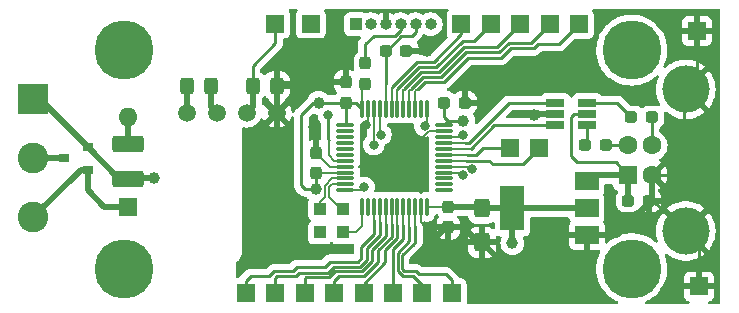
<source format=gbr>
G04 #@! TF.GenerationSoftware,KiCad,Pcbnew,6.0.5*
G04 #@! TF.CreationDate,2023-01-15T17:00:17+03:00*
G04 #@! TF.ProjectId,stm32,73746d33-322e-46b6-9963-61645f706362,rev?*
G04 #@! TF.SameCoordinates,Original*
G04 #@! TF.FileFunction,Copper,L1,Top*
G04 #@! TF.FilePolarity,Positive*
%FSLAX46Y46*%
G04 Gerber Fmt 4.6, Leading zero omitted, Abs format (unit mm)*
G04 Created by KiCad (PCBNEW 6.0.5) date 2023-01-15 17:00:17*
%MOMM*%
%LPD*%
G01*
G04 APERTURE LIST*
G04 Aperture macros list*
%AMRoundRect*
0 Rectangle with rounded corners*
0 $1 Rounding radius*
0 $2 $3 $4 $5 $6 $7 $8 $9 X,Y pos of 4 corners*
0 Add a 4 corners polygon primitive as box body*
4,1,4,$2,$3,$4,$5,$6,$7,$8,$9,$2,$3,0*
0 Add four circle primitives for the rounded corners*
1,1,$1+$1,$2,$3*
1,1,$1+$1,$4,$5*
1,1,$1+$1,$6,$7*
1,1,$1+$1,$8,$9*
0 Add four rect primitives between the rounded corners*
20,1,$1+$1,$2,$3,$4,$5,0*
20,1,$1+$1,$4,$5,$6,$7,0*
20,1,$1+$1,$6,$7,$8,$9,0*
20,1,$1+$1,$8,$9,$2,$3,0*%
G04 Aperture macros list end*
G04 #@! TA.AperFunction,SMDPad,CuDef*
%ADD10RoundRect,0.250000X-0.425000X0.537500X-0.425000X-0.537500X0.425000X-0.537500X0.425000X0.537500X0*%
G04 #@! TD*
G04 #@! TA.AperFunction,SMDPad,CuDef*
%ADD11RoundRect,0.237500X-0.237500X0.287500X-0.237500X-0.287500X0.237500X-0.287500X0.237500X0.287500X0*%
G04 #@! TD*
G04 #@! TA.AperFunction,SMDPad,CuDef*
%ADD12RoundRect,0.237500X0.287500X0.237500X-0.287500X0.237500X-0.287500X-0.237500X0.287500X-0.237500X0*%
G04 #@! TD*
G04 #@! TA.AperFunction,SMDPad,CuDef*
%ADD13RoundRect,0.237500X0.237500X-0.287500X0.237500X0.287500X-0.237500X0.287500X-0.237500X-0.287500X0*%
G04 #@! TD*
G04 #@! TA.AperFunction,SMDPad,CuDef*
%ADD14R,0.900000X0.800000*%
G04 #@! TD*
G04 #@! TA.AperFunction,ComponentPad*
%ADD15C,5.000000*%
G04 #@! TD*
G04 #@! TA.AperFunction,SMDPad,CuDef*
%ADD16RoundRect,0.075000X-0.662500X-0.075000X0.662500X-0.075000X0.662500X0.075000X-0.662500X0.075000X0*%
G04 #@! TD*
G04 #@! TA.AperFunction,SMDPad,CuDef*
%ADD17RoundRect,0.075000X-0.075000X-0.662500X0.075000X-0.662500X0.075000X0.662500X-0.075000X0.662500X0*%
G04 #@! TD*
G04 #@! TA.AperFunction,SMDPad,CuDef*
%ADD18RoundRect,0.237500X-0.287500X-0.237500X0.287500X-0.237500X0.287500X0.237500X-0.287500X0.237500X0*%
G04 #@! TD*
G04 #@! TA.AperFunction,SMDPad,CuDef*
%ADD19RoundRect,0.250000X-0.325000X-0.450000X0.325000X-0.450000X0.325000X0.450000X-0.325000X0.450000X0*%
G04 #@! TD*
G04 #@! TA.AperFunction,SMDPad,CuDef*
%ADD20RoundRect,0.250001X-1.074999X0.462499X-1.074999X-0.462499X1.074999X-0.462499X1.074999X0.462499X0*%
G04 #@! TD*
G04 #@! TA.AperFunction,SMDPad,CuDef*
%ADD21R,2.000000X1.500000*%
G04 #@! TD*
G04 #@! TA.AperFunction,SMDPad,CuDef*
%ADD22R,2.000000X3.800000*%
G04 #@! TD*
G04 #@! TA.AperFunction,SMDPad,CuDef*
%ADD23R,1.560000X0.650000*%
G04 #@! TD*
G04 #@! TA.AperFunction,ComponentPad*
%ADD24R,2.600000X2.600000*%
G04 #@! TD*
G04 #@! TA.AperFunction,ComponentPad*
%ADD25C,2.600000*%
G04 #@! TD*
G04 #@! TA.AperFunction,ComponentPad*
%ADD26R,1.000000X1.000000*%
G04 #@! TD*
G04 #@! TA.AperFunction,ComponentPad*
%ADD27O,1.000000X1.000000*%
G04 #@! TD*
G04 #@! TA.AperFunction,ComponentPad*
%ADD28R,1.600000X1.600000*%
G04 #@! TD*
G04 #@! TA.AperFunction,ComponentPad*
%ADD29O,1.600000X1.600000*%
G04 #@! TD*
G04 #@! TA.AperFunction,ComponentPad*
%ADD30C,1.500000*%
G04 #@! TD*
G04 #@! TA.AperFunction,ComponentPad*
%ADD31C,1.600000*%
G04 #@! TD*
G04 #@! TA.AperFunction,ComponentPad*
%ADD32C,4.000000*%
G04 #@! TD*
G04 #@! TA.AperFunction,ComponentPad*
%ADD33R,1.500000X1.500000*%
G04 #@! TD*
G04 #@! TA.AperFunction,ViaPad*
%ADD34C,1.000000*%
G04 #@! TD*
G04 #@! TA.AperFunction,ViaPad*
%ADD35C,0.800000*%
G04 #@! TD*
G04 #@! TA.AperFunction,Conductor*
%ADD36C,0.200000*%
G04 #@! TD*
G04 #@! TA.AperFunction,Conductor*
%ADD37C,0.250000*%
G04 #@! TD*
G04 #@! TA.AperFunction,Conductor*
%ADD38C,0.500000*%
G04 #@! TD*
G04 APERTURE END LIST*
D10*
X104800400Y-66903600D03*
X104800400Y-69778600D03*
D11*
X93268800Y-56212800D03*
X93268800Y-57962800D03*
D12*
X103350000Y-57962800D03*
X101600000Y-57962800D03*
D13*
X101955600Y-68501200D03*
X101955600Y-66751200D03*
D11*
X90728800Y-62167800D03*
X90728800Y-63917800D03*
D14*
X71437500Y-63622000D03*
X71437500Y-61722000D03*
X69437500Y-62672000D03*
D15*
X74500000Y-53500000D03*
X117500000Y-53500000D03*
X117500000Y-72000000D03*
X74500000Y-72000000D03*
D12*
X115276600Y-61569600D03*
X113526600Y-61569600D03*
X119227600Y-59182000D03*
X117477600Y-59182000D03*
X98411000Y-53543200D03*
X96661000Y-53543200D03*
D13*
X94945200Y-56360000D03*
X94945200Y-54610000D03*
D16*
X93246500Y-59861000D03*
X93246500Y-60361000D03*
X93246500Y-60861000D03*
X93246500Y-61361000D03*
X93246500Y-61861000D03*
X93246500Y-62361000D03*
X93246500Y-62861000D03*
X93246500Y-63361000D03*
X93246500Y-63861000D03*
X93246500Y-64361000D03*
X93246500Y-64861000D03*
X93246500Y-65361000D03*
D17*
X94659000Y-66773500D03*
X95159000Y-66773500D03*
X95659000Y-66773500D03*
X96159000Y-66773500D03*
X96659000Y-66773500D03*
X97159000Y-66773500D03*
X97659000Y-66773500D03*
X98159000Y-66773500D03*
X98659000Y-66773500D03*
X99159000Y-66773500D03*
X99659000Y-66773500D03*
X100159000Y-66773500D03*
D16*
X101571500Y-65361000D03*
X101571500Y-64861000D03*
X101571500Y-64361000D03*
X101571500Y-63861000D03*
X101571500Y-63361000D03*
X101571500Y-62861000D03*
X101571500Y-62361000D03*
X101571500Y-61861000D03*
X101571500Y-61361000D03*
X101571500Y-60861000D03*
X101571500Y-60361000D03*
X101571500Y-59861000D03*
D17*
X100159000Y-58448500D03*
X99659000Y-58448500D03*
X99159000Y-58448500D03*
X98659000Y-58448500D03*
X98159000Y-58448500D03*
X97659000Y-58448500D03*
X97159000Y-58448500D03*
X96659000Y-58448500D03*
X96159000Y-58448500D03*
X95659000Y-58448500D03*
X95159000Y-58448500D03*
X94659000Y-58448500D03*
D18*
X117195600Y-66243200D03*
X118945600Y-66243200D03*
D19*
X85407500Y-56515000D03*
X87457500Y-56515000D03*
X79865000Y-56515000D03*
X81915000Y-56515000D03*
D20*
X74828400Y-61417200D03*
X74828400Y-64392200D03*
D21*
X113690400Y-69166800D03*
X113690400Y-66866800D03*
D22*
X107390400Y-66866800D03*
D21*
X113690400Y-64566800D03*
D23*
X111041200Y-57978000D03*
X111041200Y-58928000D03*
X111041200Y-59878000D03*
X113741200Y-59878000D03*
X113741200Y-58928000D03*
X113741200Y-57978000D03*
D24*
X66802000Y-57658000D03*
D25*
X66802000Y-62658000D03*
X66802000Y-67658000D03*
D26*
X94132400Y-51308000D03*
D27*
X95402400Y-51308000D03*
X96672400Y-51308000D03*
X97942400Y-51308000D03*
X99212400Y-51308000D03*
X100482400Y-51308000D03*
D28*
X74828400Y-66751200D03*
D29*
X74828400Y-59131200D03*
D30*
X87439500Y-58801000D03*
X84899500Y-58801000D03*
X82359500Y-58801000D03*
X79819500Y-58801000D03*
D28*
X117221000Y-64071500D03*
D31*
X117221000Y-61571500D03*
X119221000Y-61571500D03*
X119221000Y-64071500D03*
D32*
X122081000Y-68821500D03*
X122081000Y-56821500D03*
D33*
X99771200Y-74066400D03*
X87325200Y-51257200D03*
X103076000Y-51308000D03*
X105562400Y-51308000D03*
X113030000Y-51308000D03*
D26*
X93065600Y-66954400D03*
D33*
X97282000Y-74066400D03*
D26*
X91084400Y-66954400D03*
D33*
X89814400Y-74066400D03*
X94792800Y-74066400D03*
X109677200Y-61772800D03*
X123190000Y-73507600D03*
D26*
X93065600Y-68935600D03*
D33*
X87325200Y-74066400D03*
X108051600Y-51308000D03*
X107188000Y-61772800D03*
X84836000Y-74066400D03*
X92303600Y-74066400D03*
D26*
X91084400Y-68935600D03*
D33*
X102260400Y-74066400D03*
X110540800Y-51308000D03*
X90322400Y-51257200D03*
X123037600Y-51866800D03*
D34*
X99669600Y-61569600D03*
D35*
X90525600Y-59994800D03*
D34*
X109220000Y-58978800D03*
X104698800Y-57962800D03*
X88138000Y-70002400D03*
X100126800Y-53594000D03*
X100279200Y-70027800D03*
D35*
X94996000Y-59817000D03*
D34*
X107391200Y-69850000D03*
X90982800Y-57962800D03*
X103225600Y-59486800D03*
X90728800Y-65278000D03*
D35*
X91795600Y-58978800D03*
X103174800Y-64109600D03*
X103936800Y-63550800D03*
X95656400Y-61518800D03*
X96266000Y-60655200D03*
D34*
X77012800Y-64363600D03*
D35*
X103225600Y-60655200D03*
X99957486Y-59926180D03*
X94843600Y-65125600D03*
D36*
X95159000Y-59654000D02*
X94996000Y-59817000D01*
X95159000Y-58448500D02*
X95159000Y-59654000D01*
D37*
X119221000Y-64071500D02*
X120891300Y-64071500D01*
D38*
X104475000Y-69778600D02*
X103174800Y-68478400D01*
D36*
X100370200Y-60361000D02*
X99669600Y-61061600D01*
D38*
X87457500Y-58783000D02*
X87439500Y-58801000D01*
X116253200Y-69166800D02*
X118945600Y-66474400D01*
X101955600Y-68501200D02*
X103152000Y-68501200D01*
D37*
X87759700Y-56212800D02*
X87457500Y-56515000D01*
D36*
X100098800Y-68501200D02*
X101955600Y-68501200D01*
D38*
X101955600Y-68501200D02*
X101805800Y-68501200D01*
X113690400Y-69166800D02*
X116253200Y-69166800D01*
X103152000Y-68501200D02*
X103174800Y-68478400D01*
X119221000Y-64071500D02*
X119221000Y-65967800D01*
D36*
X93246500Y-63361000D02*
X91922000Y-63361000D01*
D38*
X98461800Y-53594000D02*
X98411000Y-53543200D01*
D37*
X123037600Y-51866800D02*
X123037600Y-55864900D01*
X123190000Y-69930500D02*
X122081000Y-68821500D01*
D36*
X99659000Y-66773500D02*
X99659000Y-68061400D01*
D38*
X101805800Y-68501200D02*
X100279200Y-70027800D01*
X112369600Y-72085200D02*
X107107000Y-72085200D01*
X87457500Y-56515000D02*
X87457500Y-58783000D01*
X109270800Y-58928000D02*
X109220000Y-58978800D01*
X113690400Y-69166800D02*
X113690400Y-70764400D01*
D37*
X90728800Y-62167800D02*
X90728800Y-60198000D01*
X121931000Y-63031800D02*
X121931000Y-56801500D01*
D36*
X101571500Y-60361000D02*
X100370200Y-60361000D01*
D37*
X93268800Y-56212800D02*
X87759700Y-56212800D01*
X90728800Y-60198000D02*
X90525600Y-59994800D01*
X119332700Y-66243200D02*
X121931000Y-68841500D01*
D38*
X111041200Y-58928000D02*
X109270800Y-58928000D01*
X107107000Y-72085200D02*
X104800400Y-69778600D01*
D36*
X91922000Y-63361000D02*
X90728800Y-62167800D01*
D38*
X103350000Y-57962800D02*
X104698800Y-57962800D01*
X113690400Y-70764400D02*
X112369600Y-72085200D01*
X118945600Y-66474400D02*
X118945600Y-66243200D01*
X88138000Y-70002400D02*
X87439500Y-69303900D01*
X87439500Y-69303900D02*
X87439500Y-58801000D01*
D37*
X120891300Y-64071500D02*
X121931000Y-63031800D01*
X123037600Y-55864900D02*
X122081000Y-56821500D01*
D36*
X99659000Y-68061400D02*
X100098800Y-68501200D01*
D38*
X104800400Y-69778600D02*
X104475000Y-69778600D01*
X119221000Y-65967800D02*
X118945600Y-66243200D01*
X100126800Y-53594000D02*
X98461800Y-53594000D01*
D36*
X99669600Y-61061600D02*
X99669600Y-61569600D01*
D37*
X118945600Y-66243200D02*
X119332700Y-66243200D01*
X123190000Y-73507600D02*
X123190000Y-69930500D01*
X93268800Y-57962800D02*
X93268800Y-59838700D01*
X101600000Y-57962800D02*
X101600000Y-59141100D01*
X94173300Y-57962800D02*
X94659000Y-58448500D01*
D36*
X100159000Y-66773500D02*
X101933300Y-66773500D01*
D38*
X107390400Y-69849200D02*
X107391200Y-69850000D01*
D37*
X93268800Y-59838700D02*
X93246500Y-59861000D01*
D38*
X104648000Y-66751200D02*
X104800400Y-66903600D01*
D36*
X90785600Y-63861000D02*
X90728800Y-63917800D01*
X94659000Y-58448500D02*
X94659000Y-56646200D01*
D38*
X107390400Y-66866800D02*
X107390400Y-69849200D01*
X113690400Y-66866800D02*
X111469200Y-66866800D01*
X111469200Y-66866800D02*
X110300800Y-66866800D01*
D37*
X93268800Y-57962800D02*
X90982800Y-57962800D01*
X89509600Y-58978800D02*
X89509600Y-64922400D01*
D36*
X94659000Y-56646200D02*
X94945200Y-56360000D01*
D37*
X90525600Y-57962800D02*
X89509600Y-58978800D01*
X93268800Y-57962800D02*
X94173300Y-57962800D01*
X101600000Y-59141100D02*
X101945700Y-59486800D01*
X89509600Y-64922400D02*
X89865200Y-65278000D01*
D38*
X110300800Y-66866800D02*
X107390400Y-66866800D01*
D37*
X101945700Y-59486800D02*
X101571500Y-59861000D01*
X90728800Y-65278000D02*
X90728800Y-63917800D01*
D38*
X104800400Y-66903600D02*
X107353600Y-66903600D01*
D37*
X90982800Y-57962800D02*
X90525600Y-57962800D01*
D36*
X101933300Y-66773500D02*
X101955600Y-66751200D01*
D37*
X89865200Y-65278000D02*
X90728800Y-65278000D01*
D38*
X101955600Y-66751200D02*
X104648000Y-66751200D01*
D36*
X93246500Y-63861000D02*
X90785600Y-63861000D01*
D37*
X103225600Y-59486800D02*
X101945700Y-59486800D01*
D38*
X107353600Y-66903600D02*
X107390400Y-66866800D01*
D37*
X112623600Y-58928000D02*
X112369600Y-59182000D01*
D38*
X117221000Y-64071500D02*
X117221000Y-66217800D01*
D37*
X113741200Y-58928000D02*
X112623600Y-58928000D01*
D38*
X117221000Y-64071500D02*
X114185700Y-64071500D01*
X85407500Y-58293000D02*
X84899500Y-58801000D01*
D37*
X85407500Y-56515000D02*
X85407500Y-54851300D01*
X112369600Y-59182000D02*
X112369600Y-62484000D01*
X116141500Y-62992000D02*
X117221000Y-64071500D01*
D38*
X117221000Y-66217800D02*
X117195600Y-66243200D01*
D37*
X87325200Y-52933600D02*
X87325200Y-51257200D01*
X85407500Y-54851300D02*
X87325200Y-52933600D01*
D38*
X85407500Y-56515000D02*
X85407500Y-58293000D01*
D37*
X112369600Y-62484000D02*
X112877600Y-62992000D01*
D38*
X114185700Y-64071500D02*
X113690400Y-64566800D01*
D37*
X112877600Y-62992000D02*
X116141500Y-62992000D01*
D36*
X92325000Y-62861000D02*
X91846400Y-62382400D01*
X91846400Y-62382400D02*
X91846400Y-61112400D01*
X93246500Y-62861000D02*
X92325000Y-62861000D01*
D37*
X91795600Y-61061600D02*
X91795600Y-58978800D01*
X91846400Y-61112400D02*
X91795600Y-61061600D01*
X96661000Y-53543200D02*
X96661000Y-56374000D01*
D36*
X96675000Y-56388000D02*
X96675000Y-58432500D01*
D37*
X96661000Y-53543200D02*
X96661000Y-53199000D01*
X96661000Y-56374000D02*
X96675000Y-56388000D01*
X97993200Y-52324000D02*
X96774000Y-53543200D01*
X96774000Y-53543200D02*
X96661000Y-53543200D01*
X98856800Y-52324000D02*
X97993200Y-52324000D01*
X99212400Y-51308000D02*
X99212400Y-51968400D01*
X99212400Y-51968400D02*
X98856800Y-52324000D01*
D36*
X96675000Y-58432500D02*
X96659000Y-58448500D01*
X102926200Y-63861000D02*
X103174800Y-64109600D01*
X101571500Y-63861000D02*
X102926200Y-63861000D01*
X103747000Y-63361000D02*
X103936800Y-63550800D01*
X101571500Y-63361000D02*
X103747000Y-63361000D01*
X95659000Y-58448500D02*
X95659000Y-61516200D01*
X95659000Y-61516200D02*
X95656400Y-61518800D01*
X96159000Y-60548200D02*
X96266000Y-60655200D01*
X96159000Y-58448500D02*
X96159000Y-60548200D01*
D38*
X71437500Y-63622000D02*
X70838000Y-63622000D01*
X70838000Y-63622000D02*
X66802000Y-67658000D01*
X72847200Y-66751200D02*
X74828400Y-66751200D01*
X71437500Y-63622000D02*
X71437500Y-65341500D01*
X71437500Y-65341500D02*
X72847200Y-66751200D01*
X67373500Y-57658000D02*
X71437500Y-61722000D01*
X74107700Y-64392200D02*
X71437500Y-61722000D01*
X74828400Y-64392200D02*
X74107700Y-64392200D01*
X66802000Y-57658000D02*
X67373500Y-57658000D01*
X77012800Y-64363600D02*
X74857000Y-64363600D01*
X74857000Y-64363600D02*
X74828400Y-64392200D01*
D36*
X103019800Y-60861000D02*
X103225600Y-60655200D01*
X101571500Y-60861000D02*
X103019800Y-60861000D01*
X100159000Y-58448500D02*
X100159000Y-59724666D01*
X100159000Y-59724666D02*
X99957486Y-59926180D01*
D38*
X74828400Y-59131200D02*
X74828400Y-61417200D01*
X79865000Y-58755500D02*
X79819500Y-58801000D01*
X79865000Y-56515000D02*
X79865000Y-58755500D01*
X81915000Y-58356500D02*
X82359500Y-58801000D01*
X69423500Y-62658000D02*
X69437500Y-62672000D01*
X81915000Y-56515000D02*
X81915000Y-58356500D01*
X66802000Y-62658000D02*
X69423500Y-62658000D01*
D37*
X95656400Y-67868800D02*
X95656400Y-69088000D01*
X95659000Y-67866200D02*
X95656400Y-67868800D01*
X94589600Y-70154800D02*
X94589600Y-71120000D01*
X88798400Y-72237600D02*
X87223600Y-72237600D01*
X84836000Y-73050400D02*
X84836000Y-74066400D01*
X91948000Y-71424800D02*
X91490800Y-71882000D01*
X89154000Y-71882000D02*
X88798400Y-72237600D01*
X91490800Y-71882000D02*
X89154000Y-71882000D01*
X87223600Y-72237600D02*
X86817200Y-72644000D01*
X85242400Y-72644000D02*
X84836000Y-73050400D01*
X94284800Y-71424800D02*
X91948000Y-71424800D01*
X86817200Y-72644000D02*
X85242400Y-72644000D01*
D36*
X95659000Y-66773500D02*
X95659000Y-67866200D01*
D37*
X94589600Y-71120000D02*
X94284800Y-71424800D01*
X95656400Y-69088000D02*
X94589600Y-70154800D01*
X94945200Y-52984400D02*
X94945200Y-54610000D01*
X97434400Y-52273200D02*
X95656400Y-52273200D01*
X95656400Y-52273200D02*
X94945200Y-52984400D01*
X97942400Y-51765200D02*
X97434400Y-52273200D01*
X97942400Y-51308000D02*
X97942400Y-51765200D01*
X115278500Y-61571500D02*
X115276600Y-61569600D01*
X117221000Y-61571500D02*
X115278500Y-61571500D01*
X119221000Y-61571500D02*
X119221000Y-59188600D01*
X119221000Y-59188600D02*
X119227600Y-59182000D01*
X113741200Y-61355000D02*
X113526600Y-61569600D01*
X113741200Y-59878000D02*
X113741200Y-61355000D01*
X116273600Y-57978000D02*
X117477600Y-59182000D01*
X113741200Y-57978000D02*
X116273600Y-57978000D01*
X94488000Y-71831200D02*
X92252800Y-71831200D01*
X87325200Y-72796400D02*
X87325200Y-74066400D01*
X87477600Y-72644000D02*
X87325200Y-72796400D01*
X92252800Y-71831200D02*
X91744800Y-72339200D01*
X91744800Y-72339200D02*
X89357200Y-72339200D01*
X95046800Y-70256400D02*
X95046800Y-71272400D01*
X89052400Y-72644000D02*
X87477600Y-72644000D01*
X96159000Y-69144200D02*
X95046800Y-70256400D01*
D36*
X96159000Y-66773500D02*
X96159000Y-68077400D01*
D37*
X95046800Y-71272400D02*
X94488000Y-71831200D01*
X89357200Y-72339200D02*
X89052400Y-72644000D01*
X96159000Y-68077400D02*
X96159000Y-69144200D01*
X89916000Y-72694800D02*
X89814400Y-72796400D01*
X95504000Y-70408800D02*
X95504000Y-71374000D01*
D36*
X96659000Y-66773500D02*
X96659000Y-68187000D01*
D37*
X91897200Y-72694800D02*
X89916000Y-72694800D01*
X96659000Y-69253800D02*
X95504000Y-70408800D01*
X89814400Y-72796400D02*
X89814400Y-74066400D01*
X95504000Y-71374000D02*
X94691200Y-72186800D01*
X92405200Y-72186800D02*
X91897200Y-72694800D01*
X96659000Y-68187000D02*
X96659000Y-69253800D01*
X94691200Y-72186800D02*
X92405200Y-72186800D01*
X108280200Y-63169800D02*
X109677200Y-61772800D01*
X105740200Y-63169800D02*
X108280200Y-63169800D01*
D36*
X101571500Y-62861000D02*
X103501000Y-62861000D01*
D37*
X105431400Y-62861000D02*
X105740200Y-63169800D01*
X103501000Y-62861000D02*
X105431400Y-62861000D01*
X103551800Y-62361000D02*
X104313800Y-62361000D01*
X104902000Y-61772800D02*
X107188000Y-61772800D01*
X104313800Y-62361000D02*
X104902000Y-61772800D01*
D36*
X101571500Y-62361000D02*
X103551800Y-62361000D01*
X97659000Y-58448500D02*
X97659000Y-56773000D01*
D37*
X97659000Y-56773000D02*
X99466400Y-54965600D01*
X105562400Y-51308000D02*
X104140000Y-52730400D01*
X104140000Y-52730400D02*
X103174800Y-52730400D01*
X99466400Y-54965600D02*
X100939600Y-54965600D01*
X103174800Y-52730400D02*
X100939600Y-54965600D01*
D36*
X97159000Y-58448500D02*
X97159000Y-56663400D01*
D37*
X99314000Y-54508400D02*
X100736400Y-54508400D01*
X100736400Y-54508400D02*
X103076000Y-52168800D01*
X103076000Y-52168800D02*
X103076000Y-51308000D01*
X97159000Y-56663400D02*
X99314000Y-54508400D01*
X94843600Y-72644000D02*
X92710000Y-72644000D01*
X92710000Y-72644000D02*
X92303600Y-73050400D01*
X92303600Y-73050400D02*
X92303600Y-74066400D01*
X97180400Y-69291200D02*
X96012000Y-70459600D01*
X97159000Y-68245800D02*
X97180400Y-68267200D01*
D36*
X97159000Y-66773500D02*
X97159000Y-68245800D01*
D37*
X97180400Y-68267200D02*
X97180400Y-69291200D01*
X96012000Y-71475600D02*
X94843600Y-72644000D01*
X96012000Y-70459600D02*
X96012000Y-71475600D01*
X96621600Y-70408800D02*
X96621600Y-71475600D01*
X94792800Y-73304400D02*
X94792800Y-74066400D01*
D36*
X97659000Y-66773500D02*
X97659000Y-68304600D01*
D37*
X97659000Y-69371400D02*
X96621600Y-70408800D01*
X96621600Y-71475600D02*
X94792800Y-73304400D01*
X97659000Y-68304600D02*
X97659000Y-69371400D01*
X108966000Y-52882800D02*
X107086400Y-52882800D01*
X110540800Y-51308000D02*
X108966000Y-52882800D01*
X101346000Y-55778400D02*
X99822000Y-55778400D01*
X98806000Y-56794400D02*
X99822000Y-55778400D01*
D36*
X98659000Y-58448500D02*
X98659000Y-56941400D01*
X98659000Y-56941400D02*
X98806000Y-56794400D01*
D37*
X107086400Y-52882800D02*
X106273600Y-53695600D01*
X103428800Y-53695600D02*
X101346000Y-55778400D01*
X106273600Y-53695600D02*
X103428800Y-53695600D01*
X101193600Y-55372000D02*
X101041200Y-55372000D01*
X108051600Y-51308000D02*
X106121200Y-53238400D01*
X99669600Y-55372000D02*
X101041200Y-55372000D01*
X98247200Y-56794400D02*
X99669600Y-55372000D01*
D36*
X98159000Y-58448500D02*
X98159000Y-56882600D01*
D37*
X103327200Y-53238400D02*
X101193600Y-55372000D01*
D36*
X98159000Y-56882600D02*
X98247200Y-56794400D01*
D37*
X106121200Y-53238400D02*
X103327200Y-53238400D01*
X97282000Y-74066400D02*
X97282000Y-70358000D01*
X97282000Y-70358000D02*
X98159000Y-69481000D01*
X98159000Y-69481000D02*
X98159000Y-68312600D01*
D36*
X98159000Y-66773500D02*
X98159000Y-68312600D01*
X99159000Y-57000200D02*
X99364800Y-56794400D01*
D37*
X101600000Y-56184800D02*
X100330000Y-56184800D01*
X106426000Y-54152800D02*
X103632000Y-54152800D01*
D36*
X99159000Y-58448500D02*
X99159000Y-57000200D01*
D37*
X107238800Y-53340000D02*
X106426000Y-54152800D01*
X113030000Y-51308000D02*
X111353600Y-52984400D01*
X109220000Y-53340000D02*
X107238800Y-53340000D01*
X109575600Y-52984400D02*
X109220000Y-53340000D01*
X103632000Y-54152800D02*
X101600000Y-56184800D01*
X99974400Y-56184800D02*
X100330000Y-56184800D01*
X111353600Y-52984400D02*
X109575600Y-52984400D01*
X99364800Y-56794400D02*
X99974400Y-56184800D01*
D36*
X92153800Y-64361000D02*
X91541600Y-64973200D01*
X91084400Y-66395600D02*
X91084400Y-66954400D01*
X93246500Y-64361000D02*
X92153800Y-64361000D01*
X91541600Y-65938400D02*
X91084400Y-66395600D01*
X91541600Y-64973200D02*
X91541600Y-65938400D01*
X92111000Y-64861000D02*
X91897200Y-65074800D01*
X93246500Y-64861000D02*
X92111000Y-64861000D01*
X92913200Y-66954400D02*
X93065600Y-66954400D01*
X91897200Y-65938400D02*
X92913200Y-66954400D01*
X91897200Y-65074800D02*
X91897200Y-65938400D01*
X94608200Y-65361000D02*
X94843600Y-65125600D01*
X93246500Y-65361000D02*
X94608200Y-65361000D01*
X94132400Y-68935600D02*
X93065600Y-68935600D01*
X94659000Y-66773500D02*
X94659000Y-68409000D01*
X94659000Y-68409000D02*
X94132400Y-68935600D01*
D37*
X97688400Y-72237600D02*
X98094800Y-72644000D01*
X99771200Y-73406000D02*
X99771200Y-74066400D01*
X97688400Y-70662800D02*
X97688400Y-72237600D01*
X98659000Y-68473000D02*
X98659000Y-69692200D01*
X99009200Y-72644000D02*
X99771200Y-73406000D01*
X98659000Y-69692200D02*
X97688400Y-70662800D01*
D36*
X98659000Y-66773500D02*
X98659000Y-68473000D01*
D37*
X98094800Y-72644000D02*
X99009200Y-72644000D01*
X102260400Y-72999600D02*
X101752400Y-72491600D01*
X101752400Y-72491600D02*
X99466400Y-72491600D01*
X98044000Y-70866000D02*
X99034600Y-69875400D01*
X102260400Y-74066400D02*
X102260400Y-72999600D01*
X98044000Y-72034400D02*
X98044000Y-70866000D01*
D36*
X99159000Y-66773500D02*
X99159000Y-68425000D01*
D37*
X99159000Y-68425000D02*
X99159000Y-69751000D01*
X99212400Y-72237600D02*
X98247200Y-72237600D01*
X98247200Y-72237600D02*
X98044000Y-72034400D01*
X99159000Y-69751000D02*
X99034600Y-69875400D01*
X99466400Y-72491600D02*
X99212400Y-72237600D01*
D36*
X101571500Y-61361000D02*
X103383400Y-61361000D01*
D37*
X107071200Y-57978000D02*
X111041200Y-57978000D01*
X103688200Y-61361000D02*
X107071200Y-57978000D01*
X103383400Y-61361000D02*
X103688200Y-61361000D01*
D36*
X103872600Y-61861000D02*
X103886000Y-61874400D01*
D37*
X111041200Y-59878000D02*
X105855600Y-59878000D01*
D36*
X101571500Y-61861000D02*
X103872600Y-61861000D01*
D37*
X105855600Y-59878000D02*
X103872600Y-61861000D01*
G04 #@! TA.AperFunction,Conductor*
G36*
X124941621Y-50020502D02*
G01*
X124988114Y-50074158D01*
X124999500Y-50126500D01*
X124999500Y-74873500D01*
X124979498Y-74941621D01*
X124925842Y-74988114D01*
X124873500Y-74999500D01*
X124103330Y-74999500D01*
X124035209Y-74979498D01*
X123988716Y-74925842D01*
X123978612Y-74855568D01*
X124008106Y-74790988D01*
X124059100Y-74755518D01*
X124178054Y-74710924D01*
X124193649Y-74702386D01*
X124295724Y-74625885D01*
X124308285Y-74613324D01*
X124384786Y-74511249D01*
X124393324Y-74495654D01*
X124438478Y-74375206D01*
X124442105Y-74359951D01*
X124447631Y-74309086D01*
X124448000Y-74302272D01*
X124448000Y-73779715D01*
X124443525Y-73764476D01*
X124442135Y-73763271D01*
X124434452Y-73761600D01*
X121950116Y-73761600D01*
X121934877Y-73766075D01*
X121933672Y-73767465D01*
X121932001Y-73775148D01*
X121932001Y-74302269D01*
X121932371Y-74309090D01*
X121937895Y-74359952D01*
X121941521Y-74375204D01*
X121986676Y-74495654D01*
X121995214Y-74511249D01*
X122071715Y-74613324D01*
X122084276Y-74625885D01*
X122186351Y-74702386D01*
X122201946Y-74710924D01*
X122320900Y-74755518D01*
X122377664Y-74798160D01*
X122402364Y-74864721D01*
X122387157Y-74934070D01*
X122336871Y-74984188D01*
X122276670Y-74999500D01*
X118732609Y-74999500D01*
X118664488Y-74979498D01*
X118617995Y-74925842D01*
X118607891Y-74855568D01*
X118637385Y-74790988D01*
X118681962Y-74758128D01*
X118864507Y-74677996D01*
X119108225Y-74535579D01*
X119160125Y-74505251D01*
X119160127Y-74505250D01*
X119163265Y-74503416D01*
X119334025Y-74375206D01*
X119437071Y-74297837D01*
X119437075Y-74297834D01*
X119439978Y-74295654D01*
X119690977Y-74057465D01*
X119912936Y-73792005D01*
X119931811Y-73763271D01*
X120100926Y-73505818D01*
X120100931Y-73505809D01*
X120102913Y-73502792D01*
X120227856Y-73254372D01*
X120237355Y-73235485D01*
X121932000Y-73235485D01*
X121936475Y-73250724D01*
X121937865Y-73251929D01*
X121945548Y-73253600D01*
X122917885Y-73253600D01*
X122933124Y-73249125D01*
X122934329Y-73247735D01*
X122936000Y-73240052D01*
X122936000Y-73235485D01*
X123444000Y-73235485D01*
X123448475Y-73250724D01*
X123449865Y-73251929D01*
X123457548Y-73253600D01*
X124429884Y-73253600D01*
X124445123Y-73249125D01*
X124446328Y-73247735D01*
X124447999Y-73240052D01*
X124447999Y-72712931D01*
X124447629Y-72706110D01*
X124442105Y-72655248D01*
X124438479Y-72639996D01*
X124393324Y-72519546D01*
X124384786Y-72503951D01*
X124308285Y-72401876D01*
X124295724Y-72389315D01*
X124193649Y-72312814D01*
X124178054Y-72304276D01*
X124057606Y-72259122D01*
X124042351Y-72255495D01*
X123991486Y-72249969D01*
X123984672Y-72249600D01*
X123462115Y-72249600D01*
X123446876Y-72254075D01*
X123445671Y-72255465D01*
X123444000Y-72263148D01*
X123444000Y-73235485D01*
X122936000Y-73235485D01*
X122936000Y-72267716D01*
X122931525Y-72252477D01*
X122930135Y-72251272D01*
X122922452Y-72249601D01*
X122395331Y-72249601D01*
X122388510Y-72249971D01*
X122337648Y-72255495D01*
X122322396Y-72259121D01*
X122201946Y-72304276D01*
X122186351Y-72312814D01*
X122084276Y-72389315D01*
X122071715Y-72401876D01*
X121995214Y-72503951D01*
X121986676Y-72519546D01*
X121941522Y-72639994D01*
X121937895Y-72655249D01*
X121932369Y-72706114D01*
X121932000Y-72712928D01*
X121932000Y-73235485D01*
X120237355Y-73235485D01*
X120256763Y-73196898D01*
X120256766Y-73196890D01*
X120258390Y-73193662D01*
X120302335Y-73073576D01*
X120376057Y-72872122D01*
X120376060Y-72872112D01*
X120377305Y-72868710D01*
X120378150Y-72865188D01*
X120378153Y-72865180D01*
X120457237Y-72535772D01*
X120457238Y-72535768D01*
X120458084Y-72532243D01*
X120458521Y-72528633D01*
X120499318Y-72191501D01*
X120499318Y-72191495D01*
X120499654Y-72188722D01*
X120500561Y-72159883D01*
X120504988Y-72019004D01*
X120505585Y-72000000D01*
X120504524Y-71981595D01*
X120485875Y-71658167D01*
X120485874Y-71658162D01*
X120485666Y-71654547D01*
X120483137Y-71640058D01*
X120426798Y-71317245D01*
X120426796Y-71317238D01*
X120426174Y-71313672D01*
X120423127Y-71303383D01*
X120385773Y-71177281D01*
X120327897Y-70981894D01*
X120326476Y-70978562D01*
X120326470Y-70978546D01*
X120300297Y-70917186D01*
X120291968Y-70846679D01*
X120323081Y-70782863D01*
X120383756Y-70745998D01*
X120454730Y-70747789D01*
X120490255Y-70765815D01*
X120731281Y-70940930D01*
X120737961Y-70945170D01*
X121007572Y-71093390D01*
X121014707Y-71096747D01*
X121300770Y-71210008D01*
X121308296Y-71212453D01*
X121606279Y-71288962D01*
X121614050Y-71290445D01*
X121919278Y-71329003D01*
X121927169Y-71329500D01*
X122234831Y-71329500D01*
X122242722Y-71329003D01*
X122547950Y-71290445D01*
X122555721Y-71288962D01*
X122853704Y-71212453D01*
X122861230Y-71210008D01*
X123147293Y-71096747D01*
X123154428Y-71093390D01*
X123424039Y-70945170D01*
X123430719Y-70940930D01*
X123653823Y-70778836D01*
X123662246Y-70767913D01*
X123655342Y-70755052D01*
X121722922Y-68822632D01*
X122445408Y-68822632D01*
X122445539Y-68824465D01*
X122449790Y-68831080D01*
X124012145Y-70393435D01*
X124025407Y-70400677D01*
X124035512Y-70393488D01*
X124111505Y-70301629D01*
X124116149Y-70295236D01*
X124280999Y-70035474D01*
X124284811Y-70028541D01*
X124415801Y-69750172D01*
X124418716Y-69742809D01*
X124513783Y-69450223D01*
X124515754Y-69442546D01*
X124573400Y-69140355D01*
X124574393Y-69132494D01*
X124593710Y-68825458D01*
X124593710Y-68817542D01*
X124574393Y-68510506D01*
X124573400Y-68502645D01*
X124515754Y-68200454D01*
X124513783Y-68192776D01*
X124418716Y-67900191D01*
X124415801Y-67892828D01*
X124284811Y-67614459D01*
X124280999Y-67607526D01*
X124116149Y-67347764D01*
X124111505Y-67341371D01*
X124036503Y-67250710D01*
X124023986Y-67242255D01*
X124013248Y-67248462D01*
X122453022Y-68808688D01*
X122445408Y-68822632D01*
X121722922Y-68822632D01*
X120149855Y-67249565D01*
X120136593Y-67242323D01*
X120126488Y-67249512D01*
X120050495Y-67341371D01*
X120045851Y-67347764D01*
X119881001Y-67607526D01*
X119877189Y-67614459D01*
X119746199Y-67892828D01*
X119743284Y-67900191D01*
X119648217Y-68192776D01*
X119646246Y-68200454D01*
X119588600Y-68502645D01*
X119587607Y-68510506D01*
X119568290Y-68817542D01*
X119568290Y-68825458D01*
X119587607Y-69132494D01*
X119588600Y-69140355D01*
X119646246Y-69442546D01*
X119648217Y-69450223D01*
X119707352Y-69632222D01*
X119709380Y-69703189D01*
X119672717Y-69763987D01*
X119609005Y-69795313D01*
X119538471Y-69787220D01*
X119505689Y-69766969D01*
X119505041Y-69766415D01*
X119317174Y-69605962D01*
X119029967Y-69412967D01*
X118722482Y-69254261D01*
X118398793Y-69131950D01*
X118063190Y-69047652D01*
X117918981Y-69028667D01*
X117723728Y-69002961D01*
X117723720Y-69002960D01*
X117720124Y-69002487D01*
X117568991Y-69000112D01*
X117377780Y-68997108D01*
X117377776Y-68997108D01*
X117374139Y-68997051D01*
X117370524Y-68997412D01*
X117370520Y-68997412D01*
X117248176Y-69009624D01*
X117029823Y-69031419D01*
X117026286Y-69032190D01*
X117026281Y-69032191D01*
X116695283Y-69104360D01*
X116695278Y-69104361D01*
X116691739Y-69105133D01*
X116364367Y-69217217D01*
X116052048Y-69366186D01*
X115758921Y-69550064D01*
X115756087Y-69552334D01*
X115756082Y-69552338D01*
X115598702Y-69678424D01*
X115488871Y-69766415D01*
X115486318Y-69768995D01*
X115486309Y-69769003D01*
X115413961Y-69842113D01*
X115351828Y-69876465D01*
X115280987Y-69871771D01*
X115223929Y-69829522D01*
X115198770Y-69763133D01*
X115198400Y-69753486D01*
X115198400Y-69438915D01*
X115193925Y-69423676D01*
X115192535Y-69422471D01*
X115184852Y-69420800D01*
X113962515Y-69420800D01*
X113947276Y-69425275D01*
X113946071Y-69426665D01*
X113944400Y-69434348D01*
X113944400Y-70406684D01*
X113948875Y-70421923D01*
X113950265Y-70423128D01*
X113957948Y-70424799D01*
X114725675Y-70424799D01*
X114793796Y-70444801D01*
X114840289Y-70498457D01*
X114850393Y-70568731D01*
X114839962Y-70603850D01*
X114705478Y-70893570D01*
X114704338Y-70897017D01*
X114637656Y-71098646D01*
X114596828Y-71222097D01*
X114596092Y-71225652D01*
X114596091Y-71225655D01*
X114541553Y-71489008D01*
X114526658Y-71560935D01*
X114513289Y-71710727D01*
X114498241Y-71879344D01*
X114495898Y-71905592D01*
X114495993Y-71909222D01*
X114495993Y-71909223D01*
X114502893Y-72172724D01*
X114504956Y-72251501D01*
X114553712Y-72594076D01*
X114641519Y-72928777D01*
X114767214Y-73251167D01*
X114929130Y-73556974D01*
X114931180Y-73559957D01*
X114931182Y-73559960D01*
X115123065Y-73839152D01*
X115123071Y-73839159D01*
X115125122Y-73842144D01*
X115352592Y-74102898D01*
X115608524Y-74335778D01*
X115611472Y-74337896D01*
X115611474Y-74337898D01*
X115663391Y-74375204D01*
X115889527Y-74537699D01*
X116191876Y-74705985D01*
X116195225Y-74707372D01*
X116315257Y-74757091D01*
X116370538Y-74801639D01*
X116392959Y-74869003D01*
X116375401Y-74937794D01*
X116323439Y-74986172D01*
X116267039Y-74999500D01*
X103636373Y-74999500D01*
X103568252Y-74979498D01*
X103521759Y-74925842D01*
X103510575Y-74866770D01*
X103510900Y-74863777D01*
X103510899Y-73269024D01*
X103510530Y-73265624D01*
X103505105Y-73215678D01*
X103505104Y-73215674D01*
X103504251Y-73207820D01*
X103453926Y-73073576D01*
X103448546Y-73066397D01*
X103448544Y-73066394D01*
X103373328Y-72966035D01*
X103367946Y-72958854D01*
X103323129Y-72925265D01*
X103260406Y-72878256D01*
X103260403Y-72878254D01*
X103253224Y-72872874D01*
X103163839Y-72839366D01*
X103126375Y-72825321D01*
X103126373Y-72825321D01*
X103118980Y-72822549D01*
X103111130Y-72821696D01*
X103111129Y-72821696D01*
X103061174Y-72816269D01*
X103061173Y-72816269D01*
X103057777Y-72815900D01*
X102949561Y-72815900D01*
X102881440Y-72795898D01*
X102840865Y-72748117D01*
X102839017Y-72749210D01*
X102828901Y-72732104D01*
X102820205Y-72714352D01*
X102815806Y-72703243D01*
X102812886Y-72695868D01*
X102808225Y-72689453D01*
X102808223Y-72689449D01*
X102787273Y-72660613D01*
X102780757Y-72650694D01*
X102762606Y-72620002D01*
X102762602Y-72619997D01*
X102758570Y-72613179D01*
X102744517Y-72599126D01*
X102731676Y-72584092D01*
X102724654Y-72574427D01*
X102719994Y-72568013D01*
X102686416Y-72540235D01*
X102677636Y-72532245D01*
X102249642Y-72104251D01*
X102242253Y-72096131D01*
X102238186Y-72089723D01*
X102189193Y-72043715D01*
X102186351Y-72040960D01*
X102166871Y-72021480D01*
X102163741Y-72019052D01*
X102163659Y-72018980D01*
X102154751Y-72011371D01*
X102122982Y-71981538D01*
X102105567Y-71971964D01*
X102089038Y-71961107D01*
X102079600Y-71953786D01*
X102073336Y-71948927D01*
X102033342Y-71931620D01*
X102022682Y-71926398D01*
X102017441Y-71923517D01*
X101984492Y-71905403D01*
X101965236Y-71900459D01*
X101946547Y-71894060D01*
X101928296Y-71886162D01*
X101885241Y-71879343D01*
X101873637Y-71876940D01*
X101831419Y-71866100D01*
X101811544Y-71866100D01*
X101791834Y-71864549D01*
X101780033Y-71862680D01*
X101772204Y-71861440D01*
X101764312Y-71862186D01*
X101728821Y-71865541D01*
X101716963Y-71866100D01*
X99780421Y-71866100D01*
X99712300Y-71846098D01*
X99694167Y-71831949D01*
X99681831Y-71820364D01*
X99649192Y-71789714D01*
X99646351Y-71786960D01*
X99626871Y-71767480D01*
X99623741Y-71765052D01*
X99623659Y-71764980D01*
X99614751Y-71757371D01*
X99582982Y-71727538D01*
X99565567Y-71717964D01*
X99549038Y-71707107D01*
X99539600Y-71699786D01*
X99533336Y-71694927D01*
X99493342Y-71677620D01*
X99482682Y-71672398D01*
X99465614Y-71663015D01*
X99444492Y-71651403D01*
X99425236Y-71646459D01*
X99406547Y-71640060D01*
X99388296Y-71632162D01*
X99345241Y-71625343D01*
X99333637Y-71622940D01*
X99291419Y-71612100D01*
X99271544Y-71612100D01*
X99251834Y-71610549D01*
X99240033Y-71608680D01*
X99232204Y-71607440D01*
X99224312Y-71608186D01*
X99188821Y-71611541D01*
X99176963Y-71612100D01*
X98795500Y-71612100D01*
X98727379Y-71592098D01*
X98680886Y-71538442D01*
X98669500Y-71486100D01*
X98669500Y-71177281D01*
X98689502Y-71109160D01*
X98706405Y-71088185D01*
X99092979Y-70701612D01*
X99431396Y-70363195D01*
X103617401Y-70363195D01*
X103617738Y-70369714D01*
X103627657Y-70465306D01*
X103630549Y-70478700D01*
X103681988Y-70632884D01*
X103688161Y-70646062D01*
X103773463Y-70783907D01*
X103782499Y-70795308D01*
X103897229Y-70909839D01*
X103908640Y-70918851D01*
X104046643Y-71003916D01*
X104059824Y-71010063D01*
X104214110Y-71061238D01*
X104227486Y-71064105D01*
X104321838Y-71073772D01*
X104328254Y-71074100D01*
X104528285Y-71074100D01*
X104543524Y-71069625D01*
X104544729Y-71068235D01*
X104546400Y-71060552D01*
X104546400Y-71055984D01*
X105054400Y-71055984D01*
X105058875Y-71071223D01*
X105060265Y-71072428D01*
X105067948Y-71074099D01*
X105272495Y-71074099D01*
X105279014Y-71073762D01*
X105374606Y-71063843D01*
X105388000Y-71060951D01*
X105542184Y-71009512D01*
X105555362Y-71003339D01*
X105693207Y-70918037D01*
X105704608Y-70909001D01*
X105819139Y-70794271D01*
X105828151Y-70782860D01*
X105913216Y-70644857D01*
X105919363Y-70631676D01*
X105970538Y-70477390D01*
X105973405Y-70464014D01*
X105983072Y-70369662D01*
X105983400Y-70363246D01*
X105983400Y-70050715D01*
X105978925Y-70035476D01*
X105977535Y-70034271D01*
X105969852Y-70032600D01*
X105072515Y-70032600D01*
X105057276Y-70037075D01*
X105056071Y-70038465D01*
X105054400Y-70046148D01*
X105054400Y-71055984D01*
X104546400Y-71055984D01*
X104546400Y-70050715D01*
X104541925Y-70035476D01*
X104540535Y-70034271D01*
X104532852Y-70032600D01*
X103635516Y-70032600D01*
X103620277Y-70037075D01*
X103619072Y-70038465D01*
X103617401Y-70046148D01*
X103617401Y-70363195D01*
X99431396Y-70363195D01*
X99504720Y-70289871D01*
X99504729Y-70289861D01*
X99546348Y-70248242D01*
X99554466Y-70240854D01*
X99560877Y-70236786D01*
X99606887Y-70187791D01*
X99609641Y-70184950D01*
X99629120Y-70165471D01*
X99631548Y-70162341D01*
X99631620Y-70162259D01*
X99639229Y-70153351D01*
X99669062Y-70121582D01*
X99678636Y-70104167D01*
X99689493Y-70087638D01*
X99692542Y-70083708D01*
X99701673Y-70071936D01*
X99718979Y-70031943D01*
X99724200Y-70021287D01*
X99741376Y-69990045D01*
X99741380Y-69990036D01*
X99745197Y-69983092D01*
X99750140Y-69963839D01*
X99756544Y-69945136D01*
X99760454Y-69936100D01*
X99764437Y-69926896D01*
X99771254Y-69883852D01*
X99773662Y-69872229D01*
X99782529Y-69837696D01*
X99782529Y-69837695D01*
X99784500Y-69830019D01*
X99784500Y-69810144D01*
X99786051Y-69790433D01*
X99787920Y-69778633D01*
X99789160Y-69770804D01*
X99785059Y-69727420D01*
X99784500Y-69715563D01*
X99784500Y-68834966D01*
X100972600Y-68834966D01*
X100972937Y-68841482D01*
X100982675Y-68935332D01*
X100985568Y-68948728D01*
X101036088Y-69100153D01*
X101042253Y-69113315D01*
X101126026Y-69248692D01*
X101135060Y-69260090D01*
X101247729Y-69372563D01*
X101259140Y-69381575D01*
X101394663Y-69465112D01*
X101407841Y-69471256D01*
X101559366Y-69521515D01*
X101572732Y-69524381D01*
X101665370Y-69533872D01*
X101671785Y-69534200D01*
X101683485Y-69534200D01*
X101698724Y-69529725D01*
X101699929Y-69528335D01*
X101701600Y-69520652D01*
X101701600Y-69516085D01*
X102209600Y-69516085D01*
X102214075Y-69531324D01*
X102215465Y-69532529D01*
X102223148Y-69534200D01*
X102239366Y-69534200D01*
X102245882Y-69533863D01*
X102339732Y-69524125D01*
X102353128Y-69521232D01*
X102397330Y-69506485D01*
X103617400Y-69506485D01*
X103621875Y-69521724D01*
X103623265Y-69522929D01*
X103630948Y-69524600D01*
X104528285Y-69524600D01*
X104543524Y-69520125D01*
X104544729Y-69518735D01*
X104546400Y-69511052D01*
X104546400Y-68501216D01*
X104541925Y-68485977D01*
X104540535Y-68484772D01*
X104532852Y-68483101D01*
X104328305Y-68483101D01*
X104321786Y-68483438D01*
X104226194Y-68493357D01*
X104212800Y-68496249D01*
X104058616Y-68547688D01*
X104045438Y-68553861D01*
X103907593Y-68639163D01*
X103896192Y-68648199D01*
X103781661Y-68762929D01*
X103772649Y-68774340D01*
X103687584Y-68912343D01*
X103681437Y-68925524D01*
X103630262Y-69079810D01*
X103627395Y-69093186D01*
X103617728Y-69187538D01*
X103617400Y-69193955D01*
X103617400Y-69506485D01*
X102397330Y-69506485D01*
X102504553Y-69470712D01*
X102517715Y-69464547D01*
X102653092Y-69380774D01*
X102664490Y-69371740D01*
X102776963Y-69259071D01*
X102785975Y-69247660D01*
X102869512Y-69112137D01*
X102875656Y-69098959D01*
X102925915Y-68947434D01*
X102928781Y-68934068D01*
X102938272Y-68841430D01*
X102938600Y-68835015D01*
X102938600Y-68773315D01*
X102934125Y-68758076D01*
X102932735Y-68756871D01*
X102925052Y-68755200D01*
X102227715Y-68755200D01*
X102212476Y-68759675D01*
X102211271Y-68761065D01*
X102209600Y-68768748D01*
X102209600Y-69516085D01*
X101701600Y-69516085D01*
X101701600Y-68773315D01*
X101697125Y-68758076D01*
X101695735Y-68756871D01*
X101688052Y-68755200D01*
X100990715Y-68755200D01*
X100975476Y-68759675D01*
X100974271Y-68761065D01*
X100972600Y-68768748D01*
X100972600Y-68834966D01*
X99784500Y-68834966D01*
X99784500Y-68385650D01*
X99777094Y-68327020D01*
X99770657Y-68276067D01*
X99770657Y-68276065D01*
X99769664Y-68268208D01*
X99766748Y-68260842D01*
X99764775Y-68253160D01*
X99766049Y-68252833D01*
X99759500Y-68218500D01*
X99759500Y-68131173D01*
X99779502Y-68063052D01*
X99833158Y-68016559D01*
X99869051Y-68006251D01*
X99878011Y-68005071D01*
X99893154Y-68001014D01*
X99942209Y-67997799D01*
X100042193Y-68010962D01*
X100046280Y-68011500D01*
X100271720Y-68011500D01*
X100311591Y-68006251D01*
X100376048Y-67997765D01*
X100384236Y-67996687D01*
X100524233Y-67938698D01*
X100644451Y-67846451D01*
X100736698Y-67726233D01*
X100790800Y-67595619D01*
X100791527Y-67593865D01*
X100794687Y-67586236D01*
X100808205Y-67483553D01*
X100836927Y-67418627D01*
X100896192Y-67379535D01*
X100933127Y-67374000D01*
X100987483Y-67374000D01*
X101055604Y-67394002D01*
X101094626Y-67433696D01*
X101135797Y-67500228D01*
X101140979Y-67505401D01*
X101167393Y-67531769D01*
X101201472Y-67594052D01*
X101196469Y-67664872D01*
X101167548Y-67709960D01*
X101134237Y-67743329D01*
X101125225Y-67754740D01*
X101041688Y-67890263D01*
X101035544Y-67903441D01*
X100985285Y-68054966D01*
X100982419Y-68068332D01*
X100972928Y-68160970D01*
X100972600Y-68167385D01*
X100972600Y-68229085D01*
X100977075Y-68244324D01*
X100978465Y-68245529D01*
X100986148Y-68247200D01*
X102920485Y-68247200D01*
X102935724Y-68242725D01*
X102936929Y-68241335D01*
X102938600Y-68233652D01*
X102938600Y-68167434D01*
X102938263Y-68160918D01*
X102928525Y-68067068D01*
X102925632Y-68053672D01*
X102875112Y-67902247D01*
X102868947Y-67889085D01*
X102785174Y-67753708D01*
X102776136Y-67742305D01*
X102750659Y-67716872D01*
X102716580Y-67654590D01*
X102721583Y-67583770D01*
X102764081Y-67526897D01*
X102830580Y-67502029D01*
X102839677Y-67501700D01*
X103514552Y-67501700D01*
X103582673Y-67521702D01*
X103629166Y-67575358D01*
X103635699Y-67595037D01*
X103635759Y-67595619D01*
X103691144Y-67761629D01*
X103783234Y-67910445D01*
X103907089Y-68034084D01*
X104056066Y-68125914D01*
X104063014Y-68128219D01*
X104063015Y-68128219D01*
X104215641Y-68178844D01*
X104215643Y-68178845D01*
X104222172Y-68181010D01*
X104325534Y-68191600D01*
X105275266Y-68191600D01*
X105278512Y-68191263D01*
X105278516Y-68191263D01*
X105373061Y-68181453D01*
X105373065Y-68181452D01*
X105379919Y-68180741D01*
X105386455Y-68178560D01*
X105386457Y-68178560D01*
X105538981Y-68127674D01*
X105545929Y-68125356D01*
X105694745Y-68033266D01*
X105695957Y-68035224D01*
X105751453Y-68012765D01*
X105821217Y-68025940D01*
X105872783Y-68074740D01*
X105889901Y-68138149D01*
X105889901Y-68534556D01*
X105869899Y-68602677D01*
X105816243Y-68649170D01*
X105745969Y-68659274D01*
X105697786Y-68641816D01*
X105554162Y-68553286D01*
X105540976Y-68547137D01*
X105386690Y-68495962D01*
X105373314Y-68493095D01*
X105278962Y-68483428D01*
X105272545Y-68483100D01*
X105072515Y-68483100D01*
X105057276Y-68487575D01*
X105056071Y-68488965D01*
X105054400Y-68496648D01*
X105054400Y-69506485D01*
X105058875Y-69521724D01*
X105060265Y-69522929D01*
X105067948Y-69524600D01*
X105965284Y-69524600D01*
X105980523Y-69520125D01*
X105981728Y-69518735D01*
X105983399Y-69511052D01*
X105983399Y-69330577D01*
X106003401Y-69262456D01*
X106057057Y-69215963D01*
X106127331Y-69205859D01*
X106153628Y-69212595D01*
X106274425Y-69257879D01*
X106274427Y-69257879D01*
X106281820Y-69260651D01*
X106289670Y-69261504D01*
X106289671Y-69261504D01*
X106339617Y-69266930D01*
X106343023Y-69267300D01*
X106356721Y-69267300D01*
X106424842Y-69287302D01*
X106471335Y-69340958D01*
X106481439Y-69411232D01*
X106472532Y-69442936D01*
X106470122Y-69448558D01*
X106467156Y-69453954D01*
X106407828Y-69640978D01*
X106385957Y-69835963D01*
X106402375Y-70031483D01*
X106456458Y-70220091D01*
X106459276Y-70225574D01*
X106543323Y-70389113D01*
X106543326Y-70389117D01*
X106546144Y-70394601D01*
X106668018Y-70548369D01*
X106672711Y-70552363D01*
X106672712Y-70552364D01*
X106751589Y-70619493D01*
X106817438Y-70675535D01*
X106822816Y-70678541D01*
X106822818Y-70678542D01*
X106859132Y-70698837D01*
X106988713Y-70771257D01*
X107175318Y-70831889D01*
X107370146Y-70855121D01*
X107376281Y-70854649D01*
X107376283Y-70854649D01*
X107559634Y-70840541D01*
X107559638Y-70840540D01*
X107565776Y-70840068D01*
X107754756Y-70787303D01*
X107929889Y-70698837D01*
X107959715Y-70675535D01*
X108048942Y-70605823D01*
X108084503Y-70578040D01*
X108092539Y-70568731D01*
X108208685Y-70434173D01*
X108208685Y-70434172D01*
X108212709Y-70429511D01*
X108217928Y-70420325D01*
X108266747Y-70334388D01*
X108309625Y-70258909D01*
X108371558Y-70072732D01*
X108385614Y-69961469D01*
X112182401Y-69961469D01*
X112182771Y-69968290D01*
X112188295Y-70019152D01*
X112191921Y-70034404D01*
X112237076Y-70154854D01*
X112245614Y-70170449D01*
X112322115Y-70272524D01*
X112334676Y-70285085D01*
X112436751Y-70361586D01*
X112452346Y-70370124D01*
X112572794Y-70415278D01*
X112588049Y-70418905D01*
X112638914Y-70424431D01*
X112645728Y-70424800D01*
X113418285Y-70424800D01*
X113433524Y-70420325D01*
X113434729Y-70418935D01*
X113436400Y-70411252D01*
X113436400Y-69438915D01*
X113431925Y-69423676D01*
X113430535Y-69422471D01*
X113422852Y-69420800D01*
X112200516Y-69420800D01*
X112185277Y-69425275D01*
X112184072Y-69426665D01*
X112182401Y-69434348D01*
X112182401Y-69961469D01*
X108385614Y-69961469D01*
X108396149Y-69878071D01*
X108396541Y-69850000D01*
X108377394Y-69654728D01*
X108375613Y-69648829D01*
X108375612Y-69648824D01*
X108322465Y-69472793D01*
X108320684Y-69466894D01*
X108313005Y-69452451D01*
X108298685Y-69382915D01*
X108324232Y-69316675D01*
X108381537Y-69274762D01*
X108424256Y-69267299D01*
X108437776Y-69267299D01*
X108441170Y-69266930D01*
X108441176Y-69266930D01*
X108491122Y-69261505D01*
X108491126Y-69261504D01*
X108498980Y-69260651D01*
X108633224Y-69210326D01*
X108640403Y-69204946D01*
X108640406Y-69204944D01*
X108740765Y-69129728D01*
X108747946Y-69124346D01*
X108761464Y-69106309D01*
X108828544Y-69016806D01*
X108828546Y-69016803D01*
X108833926Y-69009624D01*
X108884251Y-68875380D01*
X108889982Y-68822632D01*
X108890531Y-68817574D01*
X108890531Y-68817573D01*
X108890900Y-68814177D01*
X108890900Y-67743300D01*
X108910902Y-67675179D01*
X108964558Y-67628686D01*
X109016900Y-67617300D01*
X112072312Y-67617300D01*
X112140433Y-67637302D01*
X112186926Y-67690958D01*
X112194895Y-67714156D01*
X112195696Y-67717523D01*
X112196549Y-67725380D01*
X112246874Y-67859624D01*
X112252254Y-67866803D01*
X112252256Y-67866806D01*
X112303352Y-67934982D01*
X112328200Y-68001488D01*
X112313147Y-68070871D01*
X112303352Y-68086112D01*
X112245614Y-68163152D01*
X112237076Y-68178746D01*
X112191922Y-68299194D01*
X112188295Y-68314449D01*
X112182769Y-68365314D01*
X112182400Y-68372128D01*
X112182400Y-68894685D01*
X112186875Y-68909924D01*
X112188265Y-68911129D01*
X112195948Y-68912800D01*
X115180284Y-68912800D01*
X115195523Y-68908325D01*
X115196728Y-68906935D01*
X115198399Y-68899252D01*
X115198399Y-68372131D01*
X115198029Y-68365310D01*
X115192505Y-68314448D01*
X115188879Y-68299196D01*
X115143724Y-68178746D01*
X115135186Y-68163152D01*
X115077448Y-68086112D01*
X115052600Y-68019606D01*
X115067653Y-67950223D01*
X115077448Y-67934982D01*
X115128544Y-67866806D01*
X115128546Y-67866803D01*
X115133926Y-67859624D01*
X115173267Y-67754681D01*
X115181479Y-67732775D01*
X115181479Y-67732773D01*
X115184251Y-67725380D01*
X115185753Y-67711559D01*
X115190531Y-67667574D01*
X115190531Y-67667573D01*
X115190900Y-67664177D01*
X115190899Y-66069424D01*
X115184251Y-66008220D01*
X115133926Y-65873976D01*
X115072760Y-65792363D01*
X115047913Y-65725860D01*
X115062965Y-65656477D01*
X115072753Y-65641246D01*
X115133926Y-65559624D01*
X115184251Y-65425380D01*
X115190900Y-65364177D01*
X115190900Y-64948000D01*
X115210902Y-64879879D01*
X115264558Y-64833386D01*
X115316900Y-64822000D01*
X115796924Y-64822000D01*
X115865045Y-64842002D01*
X115911538Y-64895658D01*
X115922186Y-64934393D01*
X115924144Y-64952412D01*
X115925597Y-64965788D01*
X115927149Y-64980080D01*
X115977474Y-65114324D01*
X115982854Y-65121503D01*
X115982856Y-65121506D01*
X116034111Y-65189894D01*
X116063454Y-65229046D01*
X116070635Y-65234428D01*
X116170994Y-65309644D01*
X116170997Y-65309646D01*
X116178176Y-65315026D01*
X116264997Y-65347573D01*
X116270892Y-65349783D01*
X116327657Y-65392424D01*
X116352357Y-65458985D01*
X116337150Y-65528334D01*
X116327949Y-65542226D01*
X116324992Y-65545189D01*
X116321151Y-65551421D01*
X116321149Y-65551423D01*
X116299690Y-65586236D01*
X116234692Y-65691684D01*
X116232387Y-65698632D01*
X116232387Y-65698633D01*
X116229366Y-65707740D01*
X116180514Y-65855024D01*
X116179814Y-65861857D01*
X116179813Y-65861861D01*
X116175197Y-65906920D01*
X116170100Y-65956665D01*
X116170101Y-66529734D01*
X116180778Y-66632645D01*
X116235241Y-66795890D01*
X116325797Y-66942228D01*
X116447589Y-67063808D01*
X116453819Y-67067648D01*
X116453820Y-67067649D01*
X116463434Y-67073575D01*
X116594084Y-67154108D01*
X116601032Y-67156413D01*
X116601033Y-67156413D01*
X116620024Y-67162712D01*
X116757424Y-67208286D01*
X116764257Y-67208986D01*
X116764261Y-67208987D01*
X116818531Y-67214547D01*
X116859065Y-67218700D01*
X117193004Y-67218700D01*
X117532134Y-67218699D01*
X117535378Y-67218362D01*
X117535386Y-67218362D01*
X117590418Y-67212652D01*
X117635045Y-67208022D01*
X117798290Y-67153559D01*
X117944628Y-67063003D01*
X117976169Y-67031407D01*
X118038452Y-66997328D01*
X118109272Y-67002331D01*
X118154360Y-67031252D01*
X118187729Y-67064563D01*
X118199140Y-67073575D01*
X118334663Y-67157112D01*
X118347841Y-67163256D01*
X118499366Y-67213515D01*
X118512732Y-67216381D01*
X118605370Y-67225872D01*
X118611785Y-67226200D01*
X118673485Y-67226200D01*
X118688724Y-67221725D01*
X118689929Y-67220335D01*
X118691600Y-67212652D01*
X118691600Y-67208085D01*
X119199600Y-67208085D01*
X119204075Y-67223324D01*
X119205465Y-67224529D01*
X119213148Y-67226200D01*
X119279366Y-67226200D01*
X119285882Y-67225863D01*
X119379732Y-67216125D01*
X119393128Y-67213232D01*
X119544553Y-67162712D01*
X119557715Y-67156547D01*
X119693092Y-67072774D01*
X119704490Y-67063740D01*
X119816963Y-66951071D01*
X119825975Y-66939660D01*
X119865778Y-66875087D01*
X120499754Y-66875087D01*
X120506658Y-66887948D01*
X122068188Y-68449478D01*
X122082132Y-68457092D01*
X122083965Y-68456961D01*
X122090580Y-68452710D01*
X123655666Y-66887624D01*
X123662279Y-66875513D01*
X123653452Y-66863895D01*
X123430719Y-66702070D01*
X123424039Y-66697830D01*
X123154428Y-66549610D01*
X123147293Y-66546253D01*
X122861230Y-66432992D01*
X122853704Y-66430547D01*
X122555721Y-66354038D01*
X122547950Y-66352555D01*
X122242722Y-66313997D01*
X122234831Y-66313500D01*
X121927169Y-66313500D01*
X121919278Y-66313997D01*
X121614050Y-66352555D01*
X121606279Y-66354038D01*
X121308296Y-66430547D01*
X121300770Y-66432992D01*
X121014707Y-66546253D01*
X121007572Y-66549610D01*
X120737961Y-66697830D01*
X120731281Y-66702070D01*
X120508177Y-66864164D01*
X120499754Y-66875087D01*
X119865778Y-66875087D01*
X119909512Y-66804137D01*
X119915656Y-66790959D01*
X119965915Y-66639434D01*
X119968781Y-66626068D01*
X119978272Y-66533430D01*
X119978600Y-66527015D01*
X119978600Y-66515315D01*
X119974125Y-66500076D01*
X119972735Y-66498871D01*
X119965052Y-66497200D01*
X119217715Y-66497200D01*
X119202476Y-66501675D01*
X119201271Y-66503065D01*
X119199600Y-66510748D01*
X119199600Y-67208085D01*
X118691600Y-67208085D01*
X118691600Y-66115200D01*
X118711602Y-66047079D01*
X118765258Y-66000586D01*
X118817600Y-65989200D01*
X119960485Y-65989200D01*
X119975724Y-65984725D01*
X119976929Y-65983335D01*
X119978600Y-65975652D01*
X119978600Y-65959434D01*
X119978263Y-65952918D01*
X119968525Y-65859068D01*
X119965632Y-65845672D01*
X119915112Y-65694247D01*
X119908947Y-65681085D01*
X119825174Y-65545708D01*
X119816140Y-65534310D01*
X119740745Y-65459046D01*
X119706666Y-65396763D01*
X119711669Y-65325943D01*
X119754166Y-65269070D01*
X119776513Y-65255678D01*
X119872511Y-65210914D01*
X119882006Y-65205431D01*
X119934048Y-65168991D01*
X119942424Y-65158512D01*
X119935356Y-65145066D01*
X118950885Y-64160595D01*
X118916859Y-64098283D01*
X118918694Y-64072632D01*
X119585408Y-64072632D01*
X119585539Y-64074465D01*
X119589790Y-64081080D01*
X120295287Y-64786577D01*
X120307062Y-64793007D01*
X120319077Y-64783711D01*
X120354931Y-64732506D01*
X120360414Y-64723011D01*
X120452490Y-64525553D01*
X120456236Y-64515261D01*
X120512625Y-64304812D01*
X120514528Y-64294019D01*
X120533517Y-64076975D01*
X120533517Y-64066025D01*
X120514528Y-63848981D01*
X120512625Y-63838188D01*
X120456236Y-63627739D01*
X120452490Y-63617447D01*
X120360414Y-63419989D01*
X120354931Y-63410494D01*
X120318491Y-63358452D01*
X120308012Y-63350076D01*
X120294566Y-63357144D01*
X119593022Y-64058688D01*
X119585408Y-64072632D01*
X118918694Y-64072632D01*
X118921924Y-64027468D01*
X118950885Y-63982405D01*
X119936077Y-62997213D01*
X119942507Y-62985438D01*
X119933211Y-62973423D01*
X119882006Y-62937569D01*
X119872508Y-62932085D01*
X119871372Y-62931555D01*
X119870956Y-62931189D01*
X119867747Y-62929336D01*
X119868119Y-62928691D01*
X119818089Y-62884636D01*
X119798630Y-62816358D01*
X119819174Y-62748399D01*
X119864919Y-62708770D01*
X119863981Y-62707146D01*
X119868751Y-62704391D01*
X119873734Y-62702068D01*
X120060139Y-62571547D01*
X120221047Y-62410639D01*
X120351568Y-62224234D01*
X120415858Y-62086366D01*
X120445416Y-62022978D01*
X120445417Y-62022976D01*
X120447739Y-62017996D01*
X120506635Y-61798192D01*
X120526468Y-61571500D01*
X120506635Y-61344808D01*
X120500841Y-61323185D01*
X120449162Y-61130314D01*
X120449161Y-61130312D01*
X120447739Y-61125004D01*
X120441209Y-61111000D01*
X120353891Y-60923747D01*
X120353889Y-60923744D01*
X120351568Y-60918766D01*
X120221047Y-60732361D01*
X120060139Y-60571453D01*
X119900227Y-60459483D01*
X119855901Y-60404029D01*
X119846500Y-60356272D01*
X119846500Y-60152532D01*
X119866502Y-60084411D01*
X119906197Y-60045388D01*
X119970402Y-60005657D01*
X119970409Y-60005651D01*
X119976628Y-60001803D01*
X120098208Y-59880011D01*
X120102680Y-59872757D01*
X120166960Y-59768473D01*
X120188508Y-59733516D01*
X120198558Y-59703218D01*
X120240522Y-59576700D01*
X120242686Y-59570176D01*
X120248353Y-59514871D01*
X120249648Y-59502224D01*
X120253100Y-59468535D01*
X120253099Y-58895466D01*
X120251916Y-58884057D01*
X120249238Y-58858249D01*
X120247758Y-58843987D01*
X120260623Y-58774167D01*
X120309194Y-58722385D01*
X120378050Y-58705083D01*
X120445330Y-58727754D01*
X120459338Y-58739135D01*
X120476294Y-58755058D01*
X120482384Y-58760096D01*
X120731281Y-58940930D01*
X120737961Y-58945170D01*
X121007572Y-59093390D01*
X121014707Y-59096747D01*
X121300770Y-59210008D01*
X121308296Y-59212453D01*
X121606279Y-59288962D01*
X121614050Y-59290445D01*
X121919278Y-59329003D01*
X121927169Y-59329500D01*
X122234831Y-59329500D01*
X122242722Y-59329003D01*
X122547950Y-59290445D01*
X122555721Y-59288962D01*
X122853704Y-59212453D01*
X122861230Y-59210008D01*
X123147293Y-59096747D01*
X123154428Y-59093390D01*
X123424039Y-58945170D01*
X123430719Y-58940930D01*
X123653823Y-58778836D01*
X123662246Y-58767913D01*
X123655342Y-58755052D01*
X121810885Y-56910595D01*
X121776859Y-56848283D01*
X121778694Y-56822632D01*
X122445408Y-56822632D01*
X122445539Y-56824465D01*
X122449790Y-56831080D01*
X124012145Y-58393435D01*
X124025407Y-58400677D01*
X124035512Y-58393488D01*
X124111505Y-58301629D01*
X124116149Y-58295236D01*
X124280999Y-58035474D01*
X124284811Y-58028541D01*
X124415801Y-57750172D01*
X124418716Y-57742809D01*
X124513783Y-57450223D01*
X124515754Y-57442546D01*
X124573400Y-57140355D01*
X124574393Y-57132494D01*
X124593710Y-56825458D01*
X124593710Y-56817542D01*
X124574393Y-56510506D01*
X124573400Y-56502645D01*
X124515754Y-56200454D01*
X124513783Y-56192777D01*
X124418716Y-55900191D01*
X124415801Y-55892828D01*
X124284811Y-55614459D01*
X124280999Y-55607526D01*
X124116149Y-55347764D01*
X124111505Y-55341371D01*
X124036503Y-55250710D01*
X124023986Y-55242255D01*
X124013248Y-55248462D01*
X122453022Y-56808688D01*
X122445408Y-56822632D01*
X121778694Y-56822632D01*
X121781924Y-56777468D01*
X121810885Y-56732405D01*
X123655666Y-54887624D01*
X123662279Y-54875513D01*
X123653452Y-54863895D01*
X123430719Y-54702070D01*
X123424039Y-54697830D01*
X123154428Y-54549610D01*
X123147293Y-54546253D01*
X122861230Y-54432992D01*
X122853704Y-54430547D01*
X122555721Y-54354038D01*
X122547950Y-54352555D01*
X122242722Y-54313997D01*
X122234831Y-54313500D01*
X121927169Y-54313500D01*
X121919278Y-54313997D01*
X121614050Y-54352555D01*
X121606279Y-54354038D01*
X121308296Y-54430547D01*
X121300770Y-54432992D01*
X121014707Y-54546253D01*
X121007572Y-54549610D01*
X120737961Y-54697830D01*
X120731281Y-54702070D01*
X120482384Y-54882904D01*
X120476293Y-54887943D01*
X120396458Y-54962913D01*
X120333108Y-54994964D01*
X120262486Y-54987677D01*
X120207015Y-54943366D01*
X120184306Y-54876100D01*
X120197640Y-54814450D01*
X120258390Y-54693662D01*
X120264788Y-54676178D01*
X120376057Y-54372122D01*
X120376060Y-54372112D01*
X120377305Y-54368710D01*
X120378150Y-54365188D01*
X120378153Y-54365180D01*
X120457237Y-54035772D01*
X120457238Y-54035768D01*
X120458084Y-54032243D01*
X120466468Y-53962958D01*
X120499318Y-53691501D01*
X120499318Y-53691495D01*
X120499654Y-53688722D01*
X120500972Y-53646804D01*
X120505231Y-53511271D01*
X120505585Y-53500000D01*
X120504580Y-53482570D01*
X120485875Y-53158167D01*
X120485874Y-53158162D01*
X120485666Y-53154547D01*
X120479451Y-53118935D01*
X120426798Y-52817245D01*
X120426796Y-52817238D01*
X120426174Y-52813672D01*
X120424644Y-52808504D01*
X120381090Y-52661469D01*
X121779601Y-52661469D01*
X121779971Y-52668290D01*
X121785495Y-52719152D01*
X121789121Y-52734404D01*
X121834276Y-52854854D01*
X121842814Y-52870449D01*
X121919315Y-52972524D01*
X121931876Y-52985085D01*
X122033951Y-53061586D01*
X122049546Y-53070124D01*
X122169994Y-53115278D01*
X122185249Y-53118905D01*
X122236114Y-53124431D01*
X122242928Y-53124800D01*
X122765485Y-53124800D01*
X122780724Y-53120325D01*
X122781929Y-53118935D01*
X122783600Y-53111252D01*
X122783600Y-53106684D01*
X123291600Y-53106684D01*
X123296075Y-53121923D01*
X123297465Y-53123128D01*
X123305148Y-53124799D01*
X123832269Y-53124799D01*
X123839090Y-53124429D01*
X123889952Y-53118905D01*
X123905204Y-53115279D01*
X124025654Y-53070124D01*
X124041249Y-53061586D01*
X124143324Y-52985085D01*
X124155885Y-52972524D01*
X124232386Y-52870449D01*
X124240924Y-52854854D01*
X124286078Y-52734406D01*
X124289705Y-52719151D01*
X124295231Y-52668286D01*
X124295600Y-52661472D01*
X124295600Y-52138915D01*
X124291125Y-52123676D01*
X124289735Y-52122471D01*
X124282052Y-52120800D01*
X123309715Y-52120800D01*
X123294476Y-52125275D01*
X123293271Y-52126665D01*
X123291600Y-52134348D01*
X123291600Y-53106684D01*
X122783600Y-53106684D01*
X122783600Y-52138915D01*
X122779125Y-52123676D01*
X122777735Y-52122471D01*
X122770052Y-52120800D01*
X121797716Y-52120800D01*
X121782477Y-52125275D01*
X121781272Y-52126665D01*
X121779601Y-52134348D01*
X121779601Y-52661469D01*
X120381090Y-52661469D01*
X120374708Y-52639925D01*
X120327897Y-52481894D01*
X120316079Y-52454186D01*
X120193562Y-52166949D01*
X120193560Y-52166946D01*
X120192138Y-52163611D01*
X120189354Y-52158729D01*
X120022487Y-51866181D01*
X120020696Y-51863041D01*
X120015066Y-51855376D01*
X119836875Y-51612800D01*
X119823568Y-51594685D01*
X121779600Y-51594685D01*
X121784075Y-51609924D01*
X121785465Y-51611129D01*
X121793148Y-51612800D01*
X122765485Y-51612800D01*
X122780724Y-51608325D01*
X122781929Y-51606935D01*
X122783600Y-51599252D01*
X122783600Y-51594685D01*
X123291600Y-51594685D01*
X123296075Y-51609924D01*
X123297465Y-51611129D01*
X123305148Y-51612800D01*
X124277484Y-51612800D01*
X124292723Y-51608325D01*
X124293928Y-51606935D01*
X124295599Y-51599252D01*
X124295599Y-51072131D01*
X124295229Y-51065310D01*
X124289705Y-51014448D01*
X124286079Y-50999196D01*
X124240924Y-50878746D01*
X124232386Y-50863151D01*
X124155885Y-50761076D01*
X124143324Y-50748515D01*
X124041249Y-50672014D01*
X124025654Y-50663476D01*
X123905206Y-50618322D01*
X123889951Y-50614695D01*
X123839086Y-50609169D01*
X123832272Y-50608800D01*
X123309715Y-50608800D01*
X123294476Y-50613275D01*
X123293271Y-50614665D01*
X123291600Y-50622348D01*
X123291600Y-51594685D01*
X122783600Y-51594685D01*
X122783600Y-50626916D01*
X122779125Y-50611677D01*
X122777735Y-50610472D01*
X122770052Y-50608801D01*
X122242931Y-50608801D01*
X122236110Y-50609171D01*
X122185248Y-50614695D01*
X122169996Y-50618321D01*
X122049546Y-50663476D01*
X122033951Y-50672014D01*
X121931876Y-50748515D01*
X121919315Y-50761076D01*
X121842814Y-50863151D01*
X121834276Y-50878746D01*
X121789122Y-50999194D01*
X121785495Y-51014449D01*
X121779969Y-51065314D01*
X121779600Y-51072128D01*
X121779600Y-51594685D01*
X119823568Y-51594685D01*
X119815843Y-51584168D01*
X119580295Y-51330688D01*
X119537296Y-51293963D01*
X119319930Y-51108316D01*
X119317174Y-51105962D01*
X119029967Y-50912967D01*
X118722482Y-50754261D01*
X118398793Y-50631950D01*
X118063190Y-50547652D01*
X117918981Y-50528667D01*
X117723728Y-50502961D01*
X117723720Y-50502960D01*
X117720124Y-50502487D01*
X117568991Y-50500112D01*
X117377780Y-50497108D01*
X117377776Y-50497108D01*
X117374139Y-50497051D01*
X117370524Y-50497412D01*
X117370520Y-50497412D01*
X117203935Y-50514040D01*
X117029823Y-50531419D01*
X117026286Y-50532190D01*
X117026281Y-50532191D01*
X116695283Y-50604360D01*
X116695278Y-50604361D01*
X116691739Y-50605133D01*
X116364367Y-50717217D01*
X116052048Y-50866186D01*
X115758921Y-51050064D01*
X115756087Y-51052334D01*
X115756082Y-51052338D01*
X115673047Y-51118862D01*
X115488871Y-51266415D01*
X115423429Y-51332546D01*
X115268127Y-51489483D01*
X115245477Y-51512371D01*
X115243236Y-51515229D01*
X115170240Y-51608325D01*
X115031966Y-51784672D01*
X114851168Y-52079709D01*
X114849641Y-52082999D01*
X114849636Y-52083008D01*
X114742821Y-52313121D01*
X114705478Y-52393570D01*
X114704338Y-52397017D01*
X114599467Y-52714118D01*
X114596828Y-52722097D01*
X114596092Y-52725652D01*
X114596091Y-52725655D01*
X114536664Y-53012619D01*
X114526658Y-53060935D01*
X114519027Y-53146440D01*
X114496252Y-53401631D01*
X114495898Y-53405592D01*
X114495993Y-53409222D01*
X114495993Y-53409223D01*
X114504224Y-53723542D01*
X114504956Y-53751501D01*
X114553712Y-54094076D01*
X114641519Y-54428777D01*
X114767214Y-54751167D01*
X114794167Y-54802073D01*
X114925144Y-55049445D01*
X114929130Y-55056974D01*
X114931180Y-55059957D01*
X114931182Y-55059960D01*
X115123065Y-55339152D01*
X115123071Y-55339159D01*
X115125122Y-55342144D01*
X115254277Y-55490197D01*
X115346274Y-55595655D01*
X115352592Y-55602898D01*
X115608524Y-55835778D01*
X115611472Y-55837896D01*
X115611474Y-55837898D01*
X115687926Y-55892834D01*
X115889527Y-56037699D01*
X116191876Y-56205985D01*
X116511563Y-56338403D01*
X116515057Y-56339398D01*
X116515059Y-56339399D01*
X116840851Y-56432204D01*
X116840856Y-56432205D01*
X116844352Y-56433201D01*
X117076857Y-56471275D01*
X117182251Y-56488534D01*
X117182255Y-56488534D01*
X117185831Y-56489120D01*
X117189457Y-56489291D01*
X117527847Y-56505249D01*
X117527848Y-56505249D01*
X117531474Y-56505420D01*
X117542346Y-56504679D01*
X117873069Y-56482133D01*
X117873077Y-56482132D01*
X117876700Y-56481885D01*
X117880276Y-56481222D01*
X117880278Y-56481222D01*
X118213368Y-56419488D01*
X118213372Y-56419487D01*
X118216933Y-56418827D01*
X118547663Y-56317081D01*
X118864507Y-56177996D01*
X119163265Y-56003416D01*
X119222688Y-55958800D01*
X119437071Y-55797837D01*
X119437075Y-55797834D01*
X119439978Y-55795654D01*
X119442613Y-55793153D01*
X119442623Y-55793145D01*
X119589864Y-55653419D01*
X119653045Y-55621037D01*
X119723704Y-55627954D01*
X119779406Y-55671974D01*
X119802467Y-55739120D01*
X119790604Y-55798465D01*
X119746197Y-55892834D01*
X119743284Y-55900191D01*
X119648217Y-56192777D01*
X119646246Y-56200454D01*
X119588600Y-56502645D01*
X119587607Y-56510506D01*
X119568290Y-56817542D01*
X119568290Y-56825458D01*
X119587607Y-57132494D01*
X119588600Y-57140355D01*
X119646246Y-57442546D01*
X119648217Y-57450223D01*
X119743284Y-57742809D01*
X119746199Y-57750172D01*
X119877189Y-58028541D01*
X119880999Y-58035470D01*
X119894889Y-58057358D01*
X119914501Y-58125592D01*
X119894109Y-58193597D01*
X119840188Y-58239782D01*
X119769858Y-58249484D01*
X119748838Y-58244465D01*
X119665776Y-58216914D01*
X119658943Y-58216214D01*
X119658939Y-58216213D01*
X119604669Y-58210653D01*
X119564135Y-58206500D01*
X119230196Y-58206500D01*
X118891066Y-58206501D01*
X118887822Y-58206838D01*
X118887814Y-58206838D01*
X118842458Y-58211544D01*
X118788155Y-58217178D01*
X118624910Y-58271641D01*
X118478572Y-58362197D01*
X118473403Y-58367375D01*
X118441732Y-58399101D01*
X118379449Y-58433180D01*
X118308629Y-58428177D01*
X118263541Y-58399256D01*
X118230791Y-58366563D01*
X118225611Y-58361392D01*
X118079116Y-58271092D01*
X117915776Y-58216914D01*
X117908943Y-58216214D01*
X117908939Y-58216213D01*
X117854669Y-58210653D01*
X117814135Y-58206500D01*
X117789317Y-58206500D01*
X117438882Y-58206501D01*
X117370762Y-58186499D01*
X117349787Y-58169596D01*
X116770842Y-57590651D01*
X116763453Y-57582531D01*
X116759386Y-57576123D01*
X116710393Y-57530115D01*
X116707551Y-57527360D01*
X116688071Y-57507880D01*
X116684941Y-57505452D01*
X116684859Y-57505380D01*
X116675951Y-57497771D01*
X116644182Y-57467938D01*
X116626767Y-57458364D01*
X116610238Y-57447507D01*
X116603843Y-57442546D01*
X116594536Y-57435327D01*
X116554542Y-57418020D01*
X116543882Y-57412798D01*
X116521848Y-57400685D01*
X116505692Y-57391803D01*
X116486436Y-57386859D01*
X116467747Y-57380460D01*
X116449496Y-57372562D01*
X116406441Y-57365743D01*
X116394837Y-57363340D01*
X116352619Y-57352500D01*
X116332744Y-57352500D01*
X116313034Y-57350949D01*
X116301233Y-57349080D01*
X116293404Y-57347840D01*
X116285512Y-57348586D01*
X116250021Y-57351941D01*
X116238163Y-57352500D01*
X114984527Y-57352500D01*
X114916406Y-57332498D01*
X114890794Y-57308667D01*
X114890477Y-57308984D01*
X114884128Y-57302635D01*
X114878746Y-57295454D01*
X114862532Y-57283302D01*
X114771206Y-57214856D01*
X114771203Y-57214854D01*
X114764024Y-57209474D01*
X114671002Y-57174602D01*
X114637175Y-57161921D01*
X114637173Y-57161921D01*
X114629780Y-57159149D01*
X114621930Y-57158296D01*
X114621929Y-57158296D01*
X114571974Y-57152869D01*
X114571973Y-57152869D01*
X114568577Y-57152500D01*
X113741322Y-57152500D01*
X112913824Y-57152501D01*
X112910430Y-57152870D01*
X112910424Y-57152870D01*
X112860478Y-57158295D01*
X112860474Y-57158296D01*
X112852620Y-57159149D01*
X112718376Y-57209474D01*
X112711197Y-57214854D01*
X112711194Y-57214856D01*
X112619868Y-57283302D01*
X112603654Y-57295454D01*
X112598272Y-57302635D01*
X112523056Y-57402994D01*
X112523054Y-57402997D01*
X112517674Y-57410176D01*
X112514524Y-57418580D01*
X112514523Y-57418581D01*
X112509182Y-57432828D01*
X112466541Y-57489593D01*
X112399980Y-57514294D01*
X112330631Y-57499087D01*
X112280512Y-57448802D01*
X112273218Y-57432828D01*
X112267877Y-57418581D01*
X112267876Y-57418580D01*
X112264726Y-57410176D01*
X112259346Y-57402997D01*
X112259344Y-57402994D01*
X112184128Y-57302635D01*
X112178746Y-57295454D01*
X112162532Y-57283302D01*
X112071206Y-57214856D01*
X112071203Y-57214854D01*
X112064024Y-57209474D01*
X111971002Y-57174602D01*
X111937175Y-57161921D01*
X111937173Y-57161921D01*
X111929780Y-57159149D01*
X111921930Y-57158296D01*
X111921929Y-57158296D01*
X111871974Y-57152869D01*
X111871973Y-57152869D01*
X111868577Y-57152500D01*
X111041322Y-57152500D01*
X110213824Y-57152501D01*
X110210430Y-57152870D01*
X110210424Y-57152870D01*
X110160478Y-57158295D01*
X110160474Y-57158296D01*
X110152620Y-57159149D01*
X110018376Y-57209474D01*
X110011197Y-57214854D01*
X110011194Y-57214856D01*
X109919868Y-57283302D01*
X109903654Y-57295454D01*
X109898272Y-57302635D01*
X109891923Y-57308984D01*
X109890864Y-57307925D01*
X109841836Y-57344582D01*
X109797873Y-57352500D01*
X107148898Y-57352500D01*
X107137937Y-57351983D01*
X107130532Y-57350328D01*
X107068673Y-57352272D01*
X107063376Y-57352438D01*
X107059419Y-57352500D01*
X107031850Y-57352500D01*
X107027915Y-57352997D01*
X107027805Y-57353004D01*
X107016134Y-57353922D01*
X106980496Y-57355042D01*
X106972572Y-57355291D01*
X106964959Y-57357503D01*
X106964952Y-57357504D01*
X106953482Y-57360836D01*
X106934126Y-57364845D01*
X106932066Y-57365105D01*
X106914408Y-57367336D01*
X106907042Y-57370253D01*
X106907036Y-57370254D01*
X106873883Y-57383381D01*
X106862650Y-57387227D01*
X106828420Y-57397171D01*
X106828413Y-57397174D01*
X106820810Y-57399383D01*
X106813994Y-57403414D01*
X106813991Y-57403415D01*
X106803704Y-57409499D01*
X106785952Y-57418195D01*
X106783712Y-57419082D01*
X106767468Y-57425514D01*
X106761053Y-57430175D01*
X106761049Y-57430177D01*
X106732213Y-57451127D01*
X106722294Y-57457643D01*
X106691602Y-57475794D01*
X106691597Y-57475798D01*
X106684779Y-57479830D01*
X106670726Y-57493883D01*
X106655693Y-57506723D01*
X106639613Y-57518406D01*
X106634560Y-57524514D01*
X106611835Y-57551984D01*
X106603845Y-57560764D01*
X104430162Y-59734447D01*
X104367850Y-59768473D01*
X104297035Y-59763408D01*
X104240199Y-59720861D01*
X104215388Y-59654341D01*
X104216060Y-59629566D01*
X104230549Y-59514871D01*
X104230941Y-59486800D01*
X104211794Y-59291528D01*
X104210013Y-59285629D01*
X104210012Y-59285624D01*
X104156865Y-59109593D01*
X104155084Y-59103694D01*
X104070838Y-58945251D01*
X104056519Y-58875716D01*
X104082066Y-58809476D01*
X104103824Y-58787356D01*
X104108887Y-58783343D01*
X104221363Y-58670671D01*
X104230375Y-58659260D01*
X104313912Y-58523737D01*
X104320056Y-58510559D01*
X104370315Y-58359034D01*
X104373181Y-58345668D01*
X104382672Y-58253030D01*
X104383000Y-58246615D01*
X104383000Y-58234915D01*
X104378525Y-58219676D01*
X104377135Y-58218471D01*
X104369452Y-58216800D01*
X103222000Y-58216800D01*
X103153879Y-58196798D01*
X103107386Y-58143142D01*
X103096000Y-58090800D01*
X103096000Y-57690685D01*
X103604000Y-57690685D01*
X103608475Y-57705924D01*
X103609865Y-57707129D01*
X103617548Y-57708800D01*
X104364885Y-57708800D01*
X104380124Y-57704325D01*
X104381329Y-57702935D01*
X104383000Y-57695252D01*
X104383000Y-57679034D01*
X104382663Y-57672518D01*
X104372925Y-57578668D01*
X104370032Y-57565272D01*
X104319512Y-57413847D01*
X104313347Y-57400685D01*
X104229574Y-57265308D01*
X104220540Y-57253910D01*
X104107871Y-57141437D01*
X104096460Y-57132425D01*
X103960937Y-57048888D01*
X103947759Y-57042744D01*
X103796234Y-56992485D01*
X103782868Y-56989619D01*
X103690230Y-56980128D01*
X103683815Y-56979800D01*
X103622115Y-56979800D01*
X103606876Y-56984275D01*
X103605671Y-56985665D01*
X103604000Y-56993348D01*
X103604000Y-57690685D01*
X103096000Y-57690685D01*
X103096000Y-56997915D01*
X103091525Y-56982676D01*
X103090135Y-56981471D01*
X103082452Y-56979800D01*
X103016234Y-56979800D01*
X103009718Y-56980137D01*
X102915868Y-56989875D01*
X102902472Y-56992768D01*
X102751047Y-57043288D01*
X102737885Y-57049453D01*
X102602508Y-57133226D01*
X102591110Y-57142260D01*
X102558824Y-57174602D01*
X102496541Y-57208681D01*
X102425721Y-57203678D01*
X102380633Y-57174757D01*
X102353192Y-57147363D01*
X102353187Y-57147359D01*
X102348011Y-57142192D01*
X102333466Y-57133226D01*
X102266895Y-57092192D01*
X102201516Y-57051892D01*
X102192460Y-57048888D01*
X102052427Y-57002441D01*
X102038176Y-56997714D01*
X102031343Y-56997014D01*
X102031339Y-56997013D01*
X101977069Y-56991453D01*
X101936535Y-56987300D01*
X101932783Y-56987300D01*
X101932670Y-56987267D01*
X101930107Y-56987136D01*
X101930138Y-56986523D01*
X101864662Y-56967298D01*
X101818169Y-56913642D01*
X101808065Y-56843368D01*
X101837559Y-56778788D01*
X101886401Y-56744148D01*
X101896356Y-56740207D01*
X101896360Y-56740205D01*
X101903732Y-56737286D01*
X101938991Y-56711669D01*
X101948910Y-56705154D01*
X101979590Y-56687010D01*
X101979594Y-56687007D01*
X101986420Y-56682970D01*
X102000470Y-56668920D01*
X102015504Y-56656079D01*
X102025173Y-56649054D01*
X102031587Y-56644394D01*
X102059370Y-56610810D01*
X102067359Y-56602031D01*
X103854186Y-54815205D01*
X103916498Y-54781179D01*
X103943281Y-54778300D01*
X106348297Y-54778300D01*
X106359257Y-54778817D01*
X106366667Y-54780473D01*
X106374593Y-54780224D01*
X106374594Y-54780224D01*
X106433841Y-54778362D01*
X106437799Y-54778300D01*
X106465350Y-54778300D01*
X106469273Y-54777804D01*
X106469388Y-54777797D01*
X106481068Y-54776877D01*
X106524627Y-54775509D01*
X106543716Y-54769963D01*
X106563062Y-54765956D01*
X106582792Y-54763464D01*
X106623323Y-54747416D01*
X106634524Y-54743581D01*
X106676390Y-54731418D01*
X106693499Y-54721300D01*
X106711245Y-54712605D01*
X106729732Y-54705286D01*
X106764991Y-54679669D01*
X106774910Y-54673154D01*
X106805590Y-54655010D01*
X106805594Y-54655007D01*
X106812420Y-54650970D01*
X106826470Y-54636920D01*
X106841504Y-54624079D01*
X106851173Y-54617054D01*
X106857587Y-54612394D01*
X106885370Y-54578810D01*
X106893359Y-54570031D01*
X107460985Y-54002405D01*
X107523297Y-53968379D01*
X107550080Y-53965500D01*
X109142297Y-53965500D01*
X109153257Y-53966017D01*
X109160667Y-53967673D01*
X109168593Y-53967424D01*
X109168594Y-53967424D01*
X109227841Y-53965562D01*
X109231799Y-53965500D01*
X109259350Y-53965500D01*
X109263273Y-53965004D01*
X109263388Y-53964997D01*
X109275068Y-53964077D01*
X109318627Y-53962709D01*
X109337716Y-53957163D01*
X109357062Y-53953156D01*
X109376792Y-53950664D01*
X109417323Y-53934616D01*
X109428524Y-53930781D01*
X109470390Y-53918618D01*
X109487499Y-53908500D01*
X109505245Y-53899805D01*
X109523732Y-53892486D01*
X109558991Y-53866869D01*
X109568910Y-53860354D01*
X109599590Y-53842210D01*
X109599594Y-53842207D01*
X109606420Y-53838170D01*
X109620470Y-53824120D01*
X109635504Y-53811279D01*
X109645173Y-53804254D01*
X109651587Y-53799594D01*
X109679364Y-53766017D01*
X109687354Y-53757236D01*
X109797787Y-53646804D01*
X109860099Y-53612779D01*
X109886882Y-53609900D01*
X111275897Y-53609900D01*
X111286857Y-53610417D01*
X111294267Y-53612073D01*
X111302193Y-53611824D01*
X111302194Y-53611824D01*
X111361441Y-53609962D01*
X111365399Y-53609900D01*
X111392950Y-53609900D01*
X111396873Y-53609404D01*
X111396988Y-53609397D01*
X111408668Y-53608477D01*
X111452227Y-53607109D01*
X111471316Y-53601563D01*
X111490662Y-53597556D01*
X111510392Y-53595064D01*
X111550923Y-53579016D01*
X111562124Y-53575181D01*
X111603990Y-53563018D01*
X111621099Y-53552900D01*
X111638845Y-53544205D01*
X111657332Y-53536886D01*
X111692591Y-53511269D01*
X111702510Y-53504754D01*
X111733190Y-53486610D01*
X111733194Y-53486607D01*
X111740020Y-53482570D01*
X111754070Y-53468520D01*
X111769104Y-53455679D01*
X111778773Y-53448654D01*
X111785187Y-53443994D01*
X111812970Y-53410410D01*
X111820959Y-53401631D01*
X112627185Y-52595405D01*
X112689497Y-52561379D01*
X112716280Y-52558500D01*
X113755873Y-52558499D01*
X113827376Y-52558499D01*
X113830770Y-52558130D01*
X113830776Y-52558130D01*
X113880722Y-52552705D01*
X113880726Y-52552704D01*
X113888580Y-52551851D01*
X114022824Y-52501526D01*
X114030003Y-52496146D01*
X114030006Y-52496144D01*
X114130365Y-52420928D01*
X114137546Y-52415546D01*
X114156488Y-52390272D01*
X114218144Y-52308006D01*
X114218146Y-52308002D01*
X114223526Y-52300824D01*
X114273851Y-52166580D01*
X114274744Y-52158365D01*
X114280131Y-52108774D01*
X114280131Y-52108773D01*
X114280500Y-52105377D01*
X114280499Y-50510624D01*
X114278649Y-50493592D01*
X114274705Y-50457278D01*
X114274704Y-50457274D01*
X114273851Y-50449420D01*
X114223526Y-50315176D01*
X114138752Y-50202063D01*
X114113905Y-50135559D01*
X114128958Y-50066177D01*
X114179132Y-50015946D01*
X114239579Y-50000500D01*
X124873500Y-50000500D01*
X124941621Y-50020502D01*
G37*
G04 #@! TD.AperFunction*
G04 #@! TA.AperFunction,Conductor*
G36*
X89142869Y-50020502D02*
G01*
X89189362Y-50074158D01*
X89199466Y-50144432D01*
X89175575Y-50202063D01*
X89128874Y-50264376D01*
X89101743Y-50336750D01*
X89085758Y-50379391D01*
X89078549Y-50398620D01*
X89077696Y-50406470D01*
X89077696Y-50406471D01*
X89073219Y-50447683D01*
X89071900Y-50459823D01*
X89071901Y-52054576D01*
X89072270Y-52057970D01*
X89072270Y-52057976D01*
X89077419Y-52105376D01*
X89078549Y-52115780D01*
X89128874Y-52250024D01*
X89134254Y-52257203D01*
X89134256Y-52257206D01*
X89190338Y-52332035D01*
X89214854Y-52364746D01*
X89222035Y-52370128D01*
X89322394Y-52445344D01*
X89322397Y-52445346D01*
X89329576Y-52450726D01*
X89403811Y-52478555D01*
X89456425Y-52498279D01*
X89456427Y-52498279D01*
X89463820Y-52501051D01*
X89471670Y-52501904D01*
X89471671Y-52501904D01*
X89521617Y-52507330D01*
X89525023Y-52507700D01*
X90322283Y-52507700D01*
X91119776Y-52507699D01*
X91123170Y-52507330D01*
X91123176Y-52507330D01*
X91173122Y-52501905D01*
X91173126Y-52501904D01*
X91180980Y-52501051D01*
X91315224Y-52450726D01*
X91322403Y-52445346D01*
X91322406Y-52445344D01*
X91422765Y-52370128D01*
X91429946Y-52364746D01*
X91454462Y-52332035D01*
X91510544Y-52257206D01*
X91510546Y-52257203D01*
X91515926Y-52250024D01*
X91559595Y-52133535D01*
X91563479Y-52123175D01*
X91563479Y-52123173D01*
X91566251Y-52115780D01*
X91572528Y-52058006D01*
X91572531Y-52057974D01*
X91572531Y-52057973D01*
X91572900Y-52054577D01*
X91572899Y-50459824D01*
X91572518Y-50456315D01*
X91567105Y-50406478D01*
X91567104Y-50406474D01*
X91566251Y-50398620D01*
X91515926Y-50264376D01*
X91469225Y-50202064D01*
X91444378Y-50135559D01*
X91459431Y-50066177D01*
X91509605Y-50015946D01*
X91570052Y-50000500D01*
X101866421Y-50000500D01*
X101934542Y-50020502D01*
X101981035Y-50074158D01*
X101991139Y-50144432D01*
X101967248Y-50202063D01*
X101882474Y-50315176D01*
X101832149Y-50449420D01*
X101831296Y-50457270D01*
X101831296Y-50457271D01*
X101829137Y-50477147D01*
X101825500Y-50510623D01*
X101825501Y-52105376D01*
X101825870Y-52108770D01*
X101825870Y-52108776D01*
X101831257Y-52158365D01*
X101832149Y-52166580D01*
X101882474Y-52300824D01*
X101892748Y-52314532D01*
X101917596Y-52381036D01*
X101902544Y-52450419D01*
X101881017Y-52479192D01*
X100514214Y-53845995D01*
X100451902Y-53880021D01*
X100425119Y-53882900D01*
X99558167Y-53882900D01*
X99490046Y-53862898D01*
X99443553Y-53809242D01*
X99440425Y-53800856D01*
X99438135Y-53798871D01*
X99430452Y-53797200D01*
X98283000Y-53797200D01*
X98214879Y-53777198D01*
X98168386Y-53723542D01*
X98157000Y-53671200D01*
X98157000Y-53415200D01*
X98177002Y-53347079D01*
X98230658Y-53300586D01*
X98283000Y-53289200D01*
X99425885Y-53289200D01*
X99441124Y-53284725D01*
X99442329Y-53283335D01*
X99444000Y-53275652D01*
X99444000Y-53259434D01*
X99443663Y-53252918D01*
X99433925Y-53159068D01*
X99431032Y-53145672D01*
X99380512Y-52994247D01*
X99374347Y-52981085D01*
X99315978Y-52886761D01*
X99297141Y-52818309D01*
X99318303Y-52750540D01*
X99334028Y-52731364D01*
X99599753Y-52465639D01*
X99607871Y-52458252D01*
X99614277Y-52454186D01*
X99619700Y-52448411D01*
X99619705Y-52448407D01*
X99660301Y-52405177D01*
X99663056Y-52402335D01*
X99682520Y-52382871D01*
X99684948Y-52379741D01*
X99685020Y-52379659D01*
X99692629Y-52370751D01*
X99722462Y-52338982D01*
X99732036Y-52321567D01*
X99742893Y-52305038D01*
X99744704Y-52302704D01*
X99755073Y-52289336D01*
X99772379Y-52249343D01*
X99777600Y-52238685D01*
X99784437Y-52226250D01*
X99791494Y-52213413D01*
X99841841Y-52163355D01*
X99911258Y-52148463D01*
X99963378Y-52164128D01*
X100079913Y-52229257D01*
X100266518Y-52289889D01*
X100461346Y-52313121D01*
X100467481Y-52312649D01*
X100467483Y-52312649D01*
X100650834Y-52298541D01*
X100650838Y-52298540D01*
X100656976Y-52298068D01*
X100845956Y-52245303D01*
X101021089Y-52156837D01*
X101031808Y-52148463D01*
X101123773Y-52076612D01*
X101175703Y-52036040D01*
X101278818Y-51916580D01*
X101299885Y-51892173D01*
X101299885Y-51892172D01*
X101303909Y-51887511D01*
X101400825Y-51716909D01*
X101462758Y-51530732D01*
X101487349Y-51336071D01*
X101487741Y-51308000D01*
X101468594Y-51112728D01*
X101466813Y-51106829D01*
X101466812Y-51106824D01*
X101413665Y-50930793D01*
X101411884Y-50924894D01*
X101319770Y-50751653D01*
X101195761Y-50599602D01*
X101044580Y-50474535D01*
X100871985Y-50381213D01*
X100771397Y-50350076D01*
X100690439Y-50325015D01*
X100690436Y-50325014D01*
X100684552Y-50323193D01*
X100678427Y-50322549D01*
X100678426Y-50322549D01*
X100495547Y-50303327D01*
X100495546Y-50303327D01*
X100489419Y-50302683D01*
X100372814Y-50313295D01*
X100300159Y-50319907D01*
X100300158Y-50319907D01*
X100294018Y-50320466D01*
X100288104Y-50322207D01*
X100288102Y-50322207D01*
X100159134Y-50360165D01*
X100105793Y-50375864D01*
X100100328Y-50378721D01*
X99937372Y-50463912D01*
X99937368Y-50463915D01*
X99931912Y-50466767D01*
X99927112Y-50470627D01*
X99927111Y-50470627D01*
X99926789Y-50470886D01*
X99926589Y-50470968D01*
X99921952Y-50474003D01*
X99921375Y-50473121D01*
X99861167Y-50497982D01*
X99791312Y-50485299D01*
X99778605Y-50477865D01*
X99774580Y-50474535D01*
X99767832Y-50470886D01*
X99669196Y-50417554D01*
X99601985Y-50381213D01*
X99501397Y-50350076D01*
X99420439Y-50325015D01*
X99420436Y-50325014D01*
X99414552Y-50323193D01*
X99408427Y-50322549D01*
X99408426Y-50322549D01*
X99225547Y-50303327D01*
X99225546Y-50303327D01*
X99219419Y-50302683D01*
X99102814Y-50313295D01*
X99030159Y-50319907D01*
X99030158Y-50319907D01*
X99024018Y-50320466D01*
X99018104Y-50322207D01*
X99018102Y-50322207D01*
X98889134Y-50360165D01*
X98835793Y-50375864D01*
X98830328Y-50378721D01*
X98667372Y-50463912D01*
X98667368Y-50463915D01*
X98661912Y-50466767D01*
X98657112Y-50470627D01*
X98657111Y-50470627D01*
X98656789Y-50470886D01*
X98656589Y-50470968D01*
X98651952Y-50474003D01*
X98651375Y-50473121D01*
X98591167Y-50497982D01*
X98521312Y-50485299D01*
X98508605Y-50477865D01*
X98504580Y-50474535D01*
X98497832Y-50470886D01*
X98399196Y-50417554D01*
X98331985Y-50381213D01*
X98231397Y-50350076D01*
X98150439Y-50325015D01*
X98150436Y-50325014D01*
X98144552Y-50323193D01*
X98138427Y-50322549D01*
X98138426Y-50322549D01*
X97955547Y-50303327D01*
X97955546Y-50303327D01*
X97949419Y-50302683D01*
X97832814Y-50313295D01*
X97760159Y-50319907D01*
X97760158Y-50319907D01*
X97754018Y-50320466D01*
X97748104Y-50322207D01*
X97748102Y-50322207D01*
X97619134Y-50360165D01*
X97565793Y-50375864D01*
X97560328Y-50378721D01*
X97398659Y-50463240D01*
X97391912Y-50466767D01*
X97387108Y-50470630D01*
X97383096Y-50473255D01*
X97315143Y-50493820D01*
X97243641Y-50472281D01*
X97233380Y-50465360D01*
X97070324Y-50377196D01*
X97059019Y-50372444D01*
X96943708Y-50336750D01*
X96929605Y-50336544D01*
X96926400Y-50343299D01*
X96926400Y-51436000D01*
X96906398Y-51504121D01*
X96852742Y-51550614D01*
X96800400Y-51562000D01*
X96544400Y-51562000D01*
X96476279Y-51541998D01*
X96429786Y-51488342D01*
X96418400Y-51436000D01*
X96418400Y-50350076D01*
X96414427Y-50336545D01*
X96406632Y-50335425D01*
X96298879Y-50367138D01*
X96287511Y-50371731D01*
X96123245Y-50457607D01*
X96112990Y-50464318D01*
X96110280Y-50466497D01*
X96108602Y-50467190D01*
X96107830Y-50467695D01*
X96107734Y-50467548D01*
X96044657Y-50493592D01*
X95974803Y-50480908D01*
X95966202Y-50475877D01*
X95964580Y-50474535D01*
X95791985Y-50381213D01*
X95691397Y-50350076D01*
X95610439Y-50325015D01*
X95610436Y-50325014D01*
X95604552Y-50323193D01*
X95598427Y-50322549D01*
X95598426Y-50322549D01*
X95415547Y-50303327D01*
X95415546Y-50303327D01*
X95409419Y-50302683D01*
X95292814Y-50313295D01*
X95220159Y-50319907D01*
X95220158Y-50319907D01*
X95214018Y-50320466D01*
X95208104Y-50322207D01*
X95208102Y-50322207D01*
X95158690Y-50336750D01*
X95025793Y-50375864D01*
X95016433Y-50380757D01*
X94946800Y-50394592D01*
X94890850Y-50373128D01*
X94890281Y-50374168D01*
X94882600Y-50369963D01*
X94882493Y-50369922D01*
X94875224Y-50364474D01*
X94766138Y-50323580D01*
X94748375Y-50316921D01*
X94748373Y-50316921D01*
X94740980Y-50314149D01*
X94733130Y-50313296D01*
X94733129Y-50313296D01*
X94683174Y-50307869D01*
X94683173Y-50307869D01*
X94679777Y-50307500D01*
X94132481Y-50307500D01*
X93585024Y-50307501D01*
X93581630Y-50307870D01*
X93581624Y-50307870D01*
X93531678Y-50313295D01*
X93531674Y-50313296D01*
X93523820Y-50314149D01*
X93389576Y-50364474D01*
X93382397Y-50369854D01*
X93382394Y-50369856D01*
X93318752Y-50417554D01*
X93274854Y-50450454D01*
X93269472Y-50457635D01*
X93194256Y-50557994D01*
X93194254Y-50557997D01*
X93188874Y-50565176D01*
X93138549Y-50699420D01*
X93137696Y-50707270D01*
X93137696Y-50707271D01*
X93136446Y-50718775D01*
X93131900Y-50760623D01*
X93131901Y-51855376D01*
X93132270Y-51858770D01*
X93132270Y-51858776D01*
X93135898Y-51892173D01*
X93138549Y-51916580D01*
X93188874Y-52050824D01*
X93194254Y-52058003D01*
X93194256Y-52058006D01*
X93231667Y-52107922D01*
X93274854Y-52165546D01*
X93282035Y-52170928D01*
X93382394Y-52246144D01*
X93382397Y-52246146D01*
X93389576Y-52251526D01*
X93471027Y-52282060D01*
X93516425Y-52299079D01*
X93516427Y-52299079D01*
X93523820Y-52301851D01*
X93531670Y-52302704D01*
X93531671Y-52302704D01*
X93581626Y-52308131D01*
X93585023Y-52308500D01*
X93599837Y-52308500D01*
X94430684Y-52308499D01*
X94498804Y-52328501D01*
X94545297Y-52382157D01*
X94555401Y-52452431D01*
X94522532Y-52520753D01*
X94497298Y-52547624D01*
X94494544Y-52550465D01*
X94475080Y-52569929D01*
X94472652Y-52573059D01*
X94472580Y-52573141D01*
X94464971Y-52582049D01*
X94435138Y-52613818D01*
X94431319Y-52620765D01*
X94425565Y-52631232D01*
X94414708Y-52647761D01*
X94402527Y-52663464D01*
X94386991Y-52699365D01*
X94385220Y-52703458D01*
X94379998Y-52714118D01*
X94377231Y-52719151D01*
X94359003Y-52752308D01*
X94354059Y-52771564D01*
X94347660Y-52790253D01*
X94339762Y-52808504D01*
X94338522Y-52816334D01*
X94332944Y-52851554D01*
X94330540Y-52863163D01*
X94319700Y-52905381D01*
X94319700Y-52925256D01*
X94318149Y-52944966D01*
X94315040Y-52964596D01*
X94315786Y-52972488D01*
X94319141Y-53007979D01*
X94319700Y-53019837D01*
X94319700Y-53624494D01*
X94299698Y-53692615D01*
X94260001Y-53731639D01*
X94252401Y-53736342D01*
X94252399Y-53736344D01*
X94246172Y-53740197D01*
X94124592Y-53861989D01*
X94120752Y-53868219D01*
X94120751Y-53868220D01*
X94102557Y-53897736D01*
X94034292Y-54008484D01*
X93980114Y-54171824D01*
X93979414Y-54178657D01*
X93979413Y-54178661D01*
X93973853Y-54232931D01*
X93969700Y-54273465D01*
X93969701Y-54946534D01*
X93980378Y-55049445D01*
X93982559Y-55055982D01*
X93982560Y-55055987D01*
X93994226Y-55090954D01*
X93996811Y-55161904D01*
X93960628Y-55222988D01*
X93897164Y-55254813D01*
X93821454Y-55245026D01*
X93816559Y-55242743D01*
X93665034Y-55192485D01*
X93651668Y-55189619D01*
X93559030Y-55180128D01*
X93552615Y-55179800D01*
X93540915Y-55179800D01*
X93525676Y-55184275D01*
X93524471Y-55185665D01*
X93522800Y-55193348D01*
X93522800Y-56340800D01*
X93502798Y-56408921D01*
X93449142Y-56455414D01*
X93396800Y-56466800D01*
X92303915Y-56466800D01*
X92288676Y-56471275D01*
X92287471Y-56472665D01*
X92285800Y-56480348D01*
X92285800Y-56546566D01*
X92286137Y-56553082D01*
X92295875Y-56646932D01*
X92298768Y-56660328D01*
X92349288Y-56811753D01*
X92355453Y-56824915D01*
X92439226Y-56960292D01*
X92448260Y-56971690D01*
X92480602Y-57003976D01*
X92514681Y-57066259D01*
X92509678Y-57137079D01*
X92480757Y-57182167D01*
X92448192Y-57214789D01*
X92409991Y-57276764D01*
X92409589Y-57277416D01*
X92356817Y-57324909D01*
X92302329Y-57337300D01*
X91823600Y-57337300D01*
X91755479Y-57317298D01*
X91725958Y-57290937D01*
X91696161Y-57254402D01*
X91544980Y-57129335D01*
X91372385Y-57036013D01*
X91262468Y-57001988D01*
X91190839Y-56979815D01*
X91190836Y-56979814D01*
X91184952Y-56977993D01*
X91178827Y-56977349D01*
X91178826Y-56977349D01*
X90995947Y-56958127D01*
X90995946Y-56958127D01*
X90989819Y-56957483D01*
X90881971Y-56967298D01*
X90800559Y-56974707D01*
X90800558Y-56974707D01*
X90794418Y-56975266D01*
X90788504Y-56977007D01*
X90788502Y-56977007D01*
X90703951Y-57001892D01*
X90606193Y-57030664D01*
X90600728Y-57033521D01*
X90437772Y-57118712D01*
X90437768Y-57118715D01*
X90432312Y-57121567D01*
X90427512Y-57125427D01*
X90427511Y-57125427D01*
X90413314Y-57136842D01*
X90279400Y-57244511D01*
X90153280Y-57394816D01*
X90150316Y-57400208D01*
X90150313Y-57400212D01*
X90098793Y-57493927D01*
X90085463Y-57513541D01*
X90066235Y-57536784D01*
X90058245Y-57545565D01*
X89122247Y-58481562D01*
X89114130Y-58488948D01*
X89107723Y-58493014D01*
X89102300Y-58498789D01*
X89102295Y-58498793D01*
X89061699Y-58542023D01*
X89058944Y-58544865D01*
X89039480Y-58564329D01*
X89037052Y-58567459D01*
X89036980Y-58567541D01*
X89029371Y-58576449D01*
X88999538Y-58608218D01*
X88995719Y-58615165D01*
X88989965Y-58625632D01*
X88979108Y-58642161D01*
X88966927Y-58657864D01*
X88959944Y-58674000D01*
X88949620Y-58697858D01*
X88944397Y-58708519D01*
X88928352Y-58737704D01*
X88878006Y-58787762D01*
X88808589Y-58802655D01*
X88742140Y-58777653D01*
X88699757Y-58720696D01*
X88692417Y-58687983D01*
X88683600Y-58587197D01*
X88681696Y-58576401D01*
X88627572Y-58374405D01*
X88623826Y-58364113D01*
X88535446Y-58174583D01*
X88529966Y-58165093D01*
X88501089Y-58123851D01*
X88490613Y-58115477D01*
X88477166Y-58122545D01*
X87811521Y-58788189D01*
X87803908Y-58802132D01*
X87804039Y-58803966D01*
X87808290Y-58810580D01*
X88477891Y-59480180D01*
X88489661Y-59486607D01*
X88501676Y-59477311D01*
X88529966Y-59436907D01*
X88535446Y-59427417D01*
X88623826Y-59237887D01*
X88627572Y-59227595D01*
X88636393Y-59194673D01*
X88673344Y-59134051D01*
X88737205Y-59103029D01*
X88807699Y-59111457D01*
X88862446Y-59156659D01*
X88884100Y-59227284D01*
X88884100Y-64844697D01*
X88883583Y-64855657D01*
X88881927Y-64863067D01*
X88882176Y-64870993D01*
X88882176Y-64870994D01*
X88884038Y-64930241D01*
X88884100Y-64934199D01*
X88884100Y-64961750D01*
X88884596Y-64965673D01*
X88884603Y-64965788D01*
X88885523Y-64977468D01*
X88886891Y-65021027D01*
X88892436Y-65040112D01*
X88896444Y-65059462D01*
X88898936Y-65079192D01*
X88914984Y-65119723D01*
X88918819Y-65130924D01*
X88930982Y-65172790D01*
X88941098Y-65189894D01*
X88949795Y-65207645D01*
X88957114Y-65226132D01*
X88982729Y-65261388D01*
X88989246Y-65271310D01*
X89007390Y-65301990D01*
X89007393Y-65301994D01*
X89011430Y-65308820D01*
X89025480Y-65322870D01*
X89038321Y-65337904D01*
X89050006Y-65353987D01*
X89056114Y-65359040D01*
X89083583Y-65381764D01*
X89092364Y-65389754D01*
X89367962Y-65665353D01*
X89375348Y-65673470D01*
X89379414Y-65679877D01*
X89385189Y-65685300D01*
X89385193Y-65685305D01*
X89428423Y-65725901D01*
X89431265Y-65728656D01*
X89450729Y-65748120D01*
X89453859Y-65750548D01*
X89453941Y-65750620D01*
X89462849Y-65758229D01*
X89494618Y-65788062D01*
X89501565Y-65791881D01*
X89512032Y-65797635D01*
X89528561Y-65808492D01*
X89544264Y-65820673D01*
X89584257Y-65837979D01*
X89594913Y-65843200D01*
X89626155Y-65860376D01*
X89626164Y-65860380D01*
X89633108Y-65864197D01*
X89640784Y-65866168D01*
X89640787Y-65866169D01*
X89652360Y-65869140D01*
X89671065Y-65875544D01*
X89689304Y-65883437D01*
X89732348Y-65890254D01*
X89743971Y-65892662D01*
X89778504Y-65901529D01*
X89778505Y-65901529D01*
X89786181Y-65903500D01*
X89806056Y-65903500D01*
X89825766Y-65905051D01*
X89845396Y-65908160D01*
X89853288Y-65907414D01*
X89853290Y-65907414D01*
X89876050Y-65905263D01*
X89945751Y-65918767D01*
X89986651Y-65952439D01*
X89995714Y-65963873D01*
X90005618Y-65976369D01*
X90010311Y-65980363D01*
X90010312Y-65980364D01*
X90108597Y-66064011D01*
X90147510Y-66123394D01*
X90148141Y-66194388D01*
X90141370Y-66210915D01*
X90140874Y-66211576D01*
X90090549Y-66345820D01*
X90083900Y-66407023D01*
X90083901Y-67501776D01*
X90084270Y-67505170D01*
X90084270Y-67505176D01*
X90087159Y-67531769D01*
X90090549Y-67562980D01*
X90140874Y-67697224D01*
X90146254Y-67704403D01*
X90146256Y-67704406D01*
X90200438Y-67776700D01*
X90226854Y-67811946D01*
X90269857Y-67844175D01*
X90312370Y-67901034D01*
X90317395Y-67971853D01*
X90283335Y-68034146D01*
X90269860Y-68045823D01*
X90226854Y-68078054D01*
X90221472Y-68085235D01*
X90146256Y-68185594D01*
X90146254Y-68185597D01*
X90140874Y-68192776D01*
X90112596Y-68268208D01*
X90095262Y-68314449D01*
X90090549Y-68327020D01*
X90089696Y-68334870D01*
X90089696Y-68334871D01*
X90085648Y-68372131D01*
X90083900Y-68388223D01*
X90083901Y-69482976D01*
X90084270Y-69486370D01*
X90084270Y-69486376D01*
X90089153Y-69531324D01*
X90090549Y-69544180D01*
X90140874Y-69678424D01*
X90146254Y-69685603D01*
X90146256Y-69685606D01*
X90210109Y-69770804D01*
X90226854Y-69793146D01*
X90234035Y-69798528D01*
X90334394Y-69873744D01*
X90334397Y-69873746D01*
X90341576Y-69879126D01*
X90385228Y-69895490D01*
X90468425Y-69926679D01*
X90468427Y-69926679D01*
X90475820Y-69929451D01*
X90483670Y-69930304D01*
X90483671Y-69930304D01*
X90533617Y-69935730D01*
X90537023Y-69936100D01*
X91084319Y-69936100D01*
X91631776Y-69936099D01*
X91635170Y-69935730D01*
X91635176Y-69935730D01*
X91685122Y-69930305D01*
X91685126Y-69930304D01*
X91692980Y-69929451D01*
X91827224Y-69879126D01*
X91834403Y-69873746D01*
X91834406Y-69873744D01*
X91934765Y-69798528D01*
X91941946Y-69793146D01*
X91974175Y-69750143D01*
X92031034Y-69707630D01*
X92101853Y-69702605D01*
X92164146Y-69736665D01*
X92175823Y-69750140D01*
X92208054Y-69793146D01*
X92215235Y-69798528D01*
X92315594Y-69873744D01*
X92315597Y-69873746D01*
X92322776Y-69879126D01*
X92366428Y-69895490D01*
X92449625Y-69926679D01*
X92449627Y-69926679D01*
X92457020Y-69929451D01*
X92464870Y-69930304D01*
X92464871Y-69930304D01*
X92514817Y-69935730D01*
X92518223Y-69936100D01*
X93065519Y-69936100D01*
X93612976Y-69936099D01*
X93616370Y-69935730D01*
X93616376Y-69935730D01*
X93666322Y-69930305D01*
X93666326Y-69930304D01*
X93674180Y-69929451D01*
X93808424Y-69879126D01*
X93809647Y-69882388D01*
X93862602Y-69870782D01*
X93929161Y-69895490D01*
X93971795Y-69952260D01*
X93978260Y-70016167D01*
X93977345Y-70021949D01*
X93974940Y-70033563D01*
X93964100Y-70075781D01*
X93964100Y-70095656D01*
X93962549Y-70115366D01*
X93959440Y-70134996D01*
X93960186Y-70142888D01*
X93963541Y-70178379D01*
X93964100Y-70190237D01*
X93964100Y-70673300D01*
X93944098Y-70741421D01*
X93890442Y-70787914D01*
X93838100Y-70799300D01*
X92025698Y-70799300D01*
X92014737Y-70798783D01*
X92007332Y-70797128D01*
X91945473Y-70799072D01*
X91940176Y-70799238D01*
X91936219Y-70799300D01*
X91908650Y-70799300D01*
X91904715Y-70799797D01*
X91904605Y-70799804D01*
X91892934Y-70800722D01*
X91857296Y-70801842D01*
X91849372Y-70802091D01*
X91841759Y-70804303D01*
X91841752Y-70804304D01*
X91830282Y-70807636D01*
X91810926Y-70811645D01*
X91808866Y-70811905D01*
X91791208Y-70814136D01*
X91783842Y-70817053D01*
X91783836Y-70817054D01*
X91750683Y-70830181D01*
X91739450Y-70834027D01*
X91705220Y-70843971D01*
X91705213Y-70843974D01*
X91697610Y-70846183D01*
X91690794Y-70850214D01*
X91690791Y-70850215D01*
X91680504Y-70856299D01*
X91662752Y-70864995D01*
X91655335Y-70867932D01*
X91644268Y-70872314D01*
X91637853Y-70876975D01*
X91637849Y-70876977D01*
X91609013Y-70897927D01*
X91599094Y-70904443D01*
X91568402Y-70922594D01*
X91568397Y-70922598D01*
X91561579Y-70926630D01*
X91547526Y-70940683D01*
X91532493Y-70953523D01*
X91516413Y-70965206D01*
X91511360Y-70971314D01*
X91488635Y-70998784D01*
X91480645Y-71007564D01*
X91268614Y-71219595D01*
X91206302Y-71253621D01*
X91179519Y-71256500D01*
X89231698Y-71256500D01*
X89220737Y-71255983D01*
X89213332Y-71254328D01*
X89151473Y-71256272D01*
X89146176Y-71256438D01*
X89142219Y-71256500D01*
X89114650Y-71256500D01*
X89110715Y-71256997D01*
X89110605Y-71257004D01*
X89098934Y-71257922D01*
X89063297Y-71259042D01*
X89055373Y-71259291D01*
X89036291Y-71264835D01*
X89016929Y-71268845D01*
X88997208Y-71271336D01*
X88989841Y-71274253D01*
X88989836Y-71274254D01*
X88956683Y-71287380D01*
X88945456Y-71291224D01*
X88911223Y-71301170D01*
X88911215Y-71301173D01*
X88903610Y-71303383D01*
X88896794Y-71307414D01*
X88896791Y-71307415D01*
X88886504Y-71313499D01*
X88868752Y-71322195D01*
X88861335Y-71325132D01*
X88850268Y-71329514D01*
X88843853Y-71334175D01*
X88843849Y-71334177D01*
X88815013Y-71355127D01*
X88805094Y-71361643D01*
X88774402Y-71379794D01*
X88774397Y-71379798D01*
X88767579Y-71383830D01*
X88753526Y-71397883D01*
X88738493Y-71410723D01*
X88722413Y-71422406D01*
X88717360Y-71428514D01*
X88694635Y-71455984D01*
X88686645Y-71464764D01*
X88576214Y-71575195D01*
X88513902Y-71609221D01*
X88487119Y-71612100D01*
X87301298Y-71612100D01*
X87290337Y-71611583D01*
X87282932Y-71609928D01*
X87221073Y-71611872D01*
X87215776Y-71612038D01*
X87211819Y-71612100D01*
X87184250Y-71612100D01*
X87180315Y-71612597D01*
X87180205Y-71612604D01*
X87168534Y-71613522D01*
X87132896Y-71614642D01*
X87124972Y-71614891D01*
X87117359Y-71617103D01*
X87117352Y-71617104D01*
X87105882Y-71620436D01*
X87086526Y-71624445D01*
X87084466Y-71624705D01*
X87066808Y-71626936D01*
X87059442Y-71629853D01*
X87059436Y-71629854D01*
X87026283Y-71642981D01*
X87015050Y-71646827D01*
X86980820Y-71656771D01*
X86980813Y-71656774D01*
X86973210Y-71658983D01*
X86966394Y-71663014D01*
X86966391Y-71663015D01*
X86956104Y-71669099D01*
X86938352Y-71677795D01*
X86930935Y-71680732D01*
X86919868Y-71685114D01*
X86913453Y-71689775D01*
X86913449Y-71689777D01*
X86884613Y-71710727D01*
X86874694Y-71717243D01*
X86844002Y-71735394D01*
X86843997Y-71735398D01*
X86837179Y-71739430D01*
X86823126Y-71753483D01*
X86808093Y-71766323D01*
X86792013Y-71778006D01*
X86786960Y-71784114D01*
X86764235Y-71811584D01*
X86756245Y-71820364D01*
X86595014Y-71981595D01*
X86532702Y-72015621D01*
X86505919Y-72018500D01*
X85320098Y-72018500D01*
X85309137Y-72017983D01*
X85301732Y-72016328D01*
X85239873Y-72018272D01*
X85234576Y-72018438D01*
X85230619Y-72018500D01*
X85203050Y-72018500D01*
X85199115Y-72018997D01*
X85199005Y-72019004D01*
X85187334Y-72019922D01*
X85151696Y-72021042D01*
X85143772Y-72021291D01*
X85136159Y-72023503D01*
X85136152Y-72023504D01*
X85124682Y-72026836D01*
X85105326Y-72030845D01*
X85103266Y-72031105D01*
X85085608Y-72033336D01*
X85078242Y-72036253D01*
X85078236Y-72036254D01*
X85045083Y-72049381D01*
X85033850Y-72053227D01*
X84999620Y-72063171D01*
X84999613Y-72063174D01*
X84992010Y-72065383D01*
X84985194Y-72069414D01*
X84985191Y-72069415D01*
X84974904Y-72075499D01*
X84957152Y-72084195D01*
X84949735Y-72087132D01*
X84938668Y-72091514D01*
X84932253Y-72096175D01*
X84932249Y-72096177D01*
X84903413Y-72117127D01*
X84893494Y-72123643D01*
X84862802Y-72141794D01*
X84862797Y-72141798D01*
X84855979Y-72145830D01*
X84841926Y-72159883D01*
X84826893Y-72172723D01*
X84810813Y-72184406D01*
X84805760Y-72190514D01*
X84783035Y-72217984D01*
X84775045Y-72226764D01*
X84448651Y-72553158D01*
X84440531Y-72560547D01*
X84434123Y-72564614D01*
X84428697Y-72570392D01*
X84388115Y-72613607D01*
X84385360Y-72616449D01*
X84365880Y-72635929D01*
X84363452Y-72639059D01*
X84363380Y-72639141D01*
X84355771Y-72648049D01*
X84325938Y-72679818D01*
X84320644Y-72689449D01*
X84316365Y-72697232D01*
X84305508Y-72713761D01*
X84293327Y-72729464D01*
X84290181Y-72736734D01*
X84290178Y-72736739D01*
X84288794Y-72739939D01*
X84287038Y-72742049D01*
X84286143Y-72743563D01*
X84285899Y-72743419D01*
X84243384Y-72794515D01*
X84173156Y-72815901D01*
X84126000Y-72815901D01*
X84057879Y-72795899D01*
X84011386Y-72742243D01*
X84000000Y-72689901D01*
X84000000Y-71489008D01*
X84020002Y-71420887D01*
X84066603Y-71377886D01*
X84121605Y-71348487D01*
X84144724Y-71329514D01*
X84251051Y-71242252D01*
X84255830Y-71238330D01*
X84348765Y-71125090D01*
X84362061Y-71108889D01*
X84362062Y-71108888D01*
X84365987Y-71104105D01*
X84371714Y-71093390D01*
X84444921Y-70956430D01*
X84444923Y-70956426D01*
X84447840Y-70950968D01*
X84453523Y-70932236D01*
X84496448Y-70790728D01*
X84498245Y-70784804D01*
X84510875Y-70656573D01*
X84512010Y-70648044D01*
X84515996Y-70624354D01*
X84516147Y-70612000D01*
X84512273Y-70584949D01*
X84511000Y-70567087D01*
X84511000Y-60155722D01*
X84531002Y-60087601D01*
X84584658Y-60041108D01*
X84654932Y-60031004D01*
X84669616Y-60034017D01*
X84676205Y-60035783D01*
X84676216Y-60035785D01*
X84681523Y-60037207D01*
X84899500Y-60056277D01*
X85117477Y-60037207D01*
X85268931Y-59996625D01*
X85323520Y-59981998D01*
X85323522Y-59981997D01*
X85328830Y-59980575D01*
X85343531Y-59973720D01*
X85522152Y-59890428D01*
X85522157Y-59890425D01*
X85527139Y-59888102D01*
X85549054Y-59872757D01*
X85579896Y-59851161D01*
X86753893Y-59851161D01*
X86763187Y-59863175D01*
X86803588Y-59891464D01*
X86813084Y-59896947D01*
X87002613Y-59985326D01*
X87012905Y-59989072D01*
X87214901Y-60043196D01*
X87225696Y-60045099D01*
X87434025Y-60063326D01*
X87444975Y-60063326D01*
X87653304Y-60045099D01*
X87664099Y-60043196D01*
X87866095Y-59989072D01*
X87876387Y-59985326D01*
X88065916Y-59896947D01*
X88075412Y-59891464D01*
X88116648Y-59862590D01*
X88125023Y-59852112D01*
X88117957Y-59838668D01*
X87452311Y-59173021D01*
X87438368Y-59165408D01*
X87436534Y-59165539D01*
X87429920Y-59169790D01*
X86760320Y-59839391D01*
X86753893Y-59851161D01*
X85579896Y-59851161D01*
X85701866Y-59765757D01*
X85701869Y-59765755D01*
X85706377Y-59762598D01*
X85861098Y-59607877D01*
X85986602Y-59428638D01*
X85998558Y-59403000D01*
X86051168Y-59290177D01*
X86098086Y-59236892D01*
X86166363Y-59217431D01*
X86234323Y-59237973D01*
X86279558Y-59290177D01*
X86343554Y-59427417D01*
X86349034Y-59436907D01*
X86377911Y-59478149D01*
X86388387Y-59486523D01*
X86401834Y-59479455D01*
X87067479Y-58813811D01*
X87075092Y-58799868D01*
X87074961Y-58798034D01*
X87070710Y-58791420D01*
X86401109Y-58121820D01*
X86389339Y-58115393D01*
X86362188Y-58136399D01*
X86359400Y-58132796D01*
X86331742Y-58154899D01*
X86261122Y-58162200D01*
X86197765Y-58130161D01*
X86161788Y-58068955D01*
X86158000Y-58038294D01*
X86158000Y-57651746D01*
X86178002Y-57583625D01*
X86201908Y-57557229D01*
X86201845Y-57557166D01*
X86203131Y-57555878D01*
X86203133Y-57555875D01*
X86230188Y-57528774D01*
X86320311Y-57438493D01*
X86325484Y-57433311D01*
X86329000Y-57427606D01*
X86386709Y-57386691D01*
X86457632Y-57383458D01*
X86519044Y-57419082D01*
X86526422Y-57427582D01*
X86539599Y-57444208D01*
X86654329Y-57558739D01*
X86665743Y-57567753D01*
X86701176Y-57589594D01*
X86748670Y-57642365D01*
X86760094Y-57712437D01*
X86755346Y-57723694D01*
X86752856Y-57747753D01*
X86761045Y-57763334D01*
X87426689Y-58428979D01*
X87440632Y-58436592D01*
X87442466Y-58436461D01*
X87449080Y-58432210D01*
X88118680Y-57762609D01*
X88126291Y-57748672D01*
X88124537Y-57724156D01*
X88139628Y-57654782D01*
X88183913Y-57608023D01*
X88250307Y-57566937D01*
X88261708Y-57557901D01*
X88376239Y-57443171D01*
X88385251Y-57431760D01*
X88470316Y-57293757D01*
X88476463Y-57280576D01*
X88527638Y-57126290D01*
X88530505Y-57112914D01*
X88540172Y-57018562D01*
X88540500Y-57012146D01*
X88540500Y-56787115D01*
X88536025Y-56771876D01*
X88534635Y-56770671D01*
X88526952Y-56769000D01*
X87329500Y-56769000D01*
X87261379Y-56748998D01*
X87214886Y-56695342D01*
X87203500Y-56643000D01*
X87203500Y-56242885D01*
X87711500Y-56242885D01*
X87715975Y-56258124D01*
X87717365Y-56259329D01*
X87725048Y-56261000D01*
X88522384Y-56261000D01*
X88537623Y-56256525D01*
X88538828Y-56255135D01*
X88540499Y-56247452D01*
X88540499Y-56017905D01*
X88540162Y-56011386D01*
X88532826Y-55940685D01*
X92285800Y-55940685D01*
X92290275Y-55955924D01*
X92291665Y-55957129D01*
X92299348Y-55958800D01*
X92996685Y-55958800D01*
X93011924Y-55954325D01*
X93013129Y-55952935D01*
X93014800Y-55945252D01*
X93014800Y-55197915D01*
X93010325Y-55182676D01*
X93008935Y-55181471D01*
X93001252Y-55179800D01*
X92985034Y-55179800D01*
X92978518Y-55180137D01*
X92884668Y-55189875D01*
X92871272Y-55192768D01*
X92719847Y-55243288D01*
X92706685Y-55249453D01*
X92571308Y-55333226D01*
X92559910Y-55342260D01*
X92447437Y-55454929D01*
X92438425Y-55466340D01*
X92354888Y-55601863D01*
X92348744Y-55615041D01*
X92298485Y-55766566D01*
X92295619Y-55779932D01*
X92286128Y-55872570D01*
X92285800Y-55878985D01*
X92285800Y-55940685D01*
X88532826Y-55940685D01*
X88530243Y-55915794D01*
X88527351Y-55902400D01*
X88475912Y-55748216D01*
X88469739Y-55735038D01*
X88384437Y-55597193D01*
X88375401Y-55585792D01*
X88260671Y-55471261D01*
X88249260Y-55462249D01*
X88111257Y-55377184D01*
X88098076Y-55371037D01*
X87943790Y-55319862D01*
X87930414Y-55316995D01*
X87836062Y-55307328D01*
X87829645Y-55307000D01*
X87729615Y-55307000D01*
X87714376Y-55311475D01*
X87713171Y-55312865D01*
X87711500Y-55320548D01*
X87711500Y-56242885D01*
X87203500Y-56242885D01*
X87203500Y-55325116D01*
X87199025Y-55309877D01*
X87197635Y-55308672D01*
X87189952Y-55307001D01*
X87085405Y-55307001D01*
X87078886Y-55307338D01*
X86983294Y-55317257D01*
X86969900Y-55320149D01*
X86815716Y-55371588D01*
X86802538Y-55377761D01*
X86664693Y-55463063D01*
X86653292Y-55472099D01*
X86538760Y-55586830D01*
X86526578Y-55602255D01*
X86468661Y-55643317D01*
X86397738Y-55646549D01*
X86336327Y-55610923D01*
X86328952Y-55602427D01*
X86328517Y-55601878D01*
X86324666Y-55595655D01*
X86200811Y-55472016D01*
X86189713Y-55465175D01*
X86092884Y-55405489D01*
X86045391Y-55352717D01*
X86033000Y-55298229D01*
X86033000Y-55162580D01*
X86053002Y-55094459D01*
X86069905Y-55073485D01*
X87712549Y-53430842D01*
X87720669Y-53423453D01*
X87727077Y-53419386D01*
X87773085Y-53370393D01*
X87775840Y-53367551D01*
X87795320Y-53348071D01*
X87797748Y-53344941D01*
X87797820Y-53344859D01*
X87805429Y-53335951D01*
X87835262Y-53304182D01*
X87844836Y-53286767D01*
X87855693Y-53270238D01*
X87863014Y-53260800D01*
X87867873Y-53254536D01*
X87885179Y-53214543D01*
X87890400Y-53203887D01*
X87907576Y-53172645D01*
X87907580Y-53172636D01*
X87911397Y-53165692D01*
X87916340Y-53146439D01*
X87922744Y-53127736D01*
X87927487Y-53116775D01*
X87930637Y-53109496D01*
X87937454Y-53066452D01*
X87939862Y-53054829D01*
X87948729Y-53020296D01*
X87948729Y-53020295D01*
X87950700Y-53012619D01*
X87950700Y-52992744D01*
X87952251Y-52973033D01*
X87954120Y-52961233D01*
X87955360Y-52953404D01*
X87951259Y-52910020D01*
X87950700Y-52898163D01*
X87950700Y-52633699D01*
X87970702Y-52565578D01*
X88024358Y-52519085D01*
X88076700Y-52507699D01*
X88122576Y-52507699D01*
X88125970Y-52507330D01*
X88125976Y-52507330D01*
X88175922Y-52501905D01*
X88175926Y-52501904D01*
X88183780Y-52501051D01*
X88318024Y-52450726D01*
X88325203Y-52445346D01*
X88325206Y-52445344D01*
X88425565Y-52370128D01*
X88432746Y-52364746D01*
X88457262Y-52332035D01*
X88513344Y-52257206D01*
X88513346Y-52257203D01*
X88518726Y-52250024D01*
X88562395Y-52133535D01*
X88566279Y-52123175D01*
X88566279Y-52123173D01*
X88569051Y-52115780D01*
X88575328Y-52058006D01*
X88575331Y-52057974D01*
X88575331Y-52057973D01*
X88575700Y-52054577D01*
X88575699Y-50459824D01*
X88575318Y-50456315D01*
X88569905Y-50406478D01*
X88569904Y-50406474D01*
X88569051Y-50398620D01*
X88518726Y-50264376D01*
X88472025Y-50202064D01*
X88447178Y-50135559D01*
X88462231Y-50066177D01*
X88512405Y-50015946D01*
X88572852Y-50000500D01*
X89074748Y-50000500D01*
X89142869Y-50020502D01*
G37*
G04 #@! TD.AperFunction*
G04 #@! TA.AperFunction,Conductor*
G36*
X98941261Y-59672674D02*
G01*
X98955101Y-59674496D01*
X99020028Y-59703218D01*
X99059120Y-59762483D01*
X99063965Y-59812587D01*
X99052026Y-59926180D01*
X99052716Y-59932745D01*
X99069492Y-60092359D01*
X99071812Y-60114436D01*
X99130307Y-60294464D01*
X99224953Y-60458396D01*
X99229371Y-60463303D01*
X99229372Y-60463304D01*
X99347143Y-60594101D01*
X99351615Y-60599068D01*
X99356954Y-60602947D01*
X99495353Y-60703499D01*
X99504756Y-60710331D01*
X99677683Y-60787324D01*
X99775698Y-60808158D01*
X99856383Y-60825308D01*
X99856387Y-60825308D01*
X99862840Y-60826680D01*
X100052132Y-60826680D01*
X100058585Y-60825308D01*
X100058589Y-60825308D01*
X100181303Y-60799224D01*
X100252094Y-60804626D01*
X100308727Y-60847443D01*
X100333220Y-60914081D01*
X100333500Y-60922471D01*
X100333500Y-60973720D01*
X100347326Y-61078739D01*
X100348313Y-61086236D01*
X100347326Y-61086366D01*
X100347326Y-61135634D01*
X100348313Y-61135764D01*
X100333500Y-61248280D01*
X100333500Y-61473720D01*
X100347326Y-61578739D01*
X100348313Y-61586236D01*
X100347326Y-61586366D01*
X100347326Y-61635634D01*
X100348313Y-61635764D01*
X100333500Y-61748280D01*
X100333500Y-61973720D01*
X100347326Y-62078739D01*
X100348313Y-62086236D01*
X100347326Y-62086366D01*
X100347326Y-62135634D01*
X100348313Y-62135764D01*
X100333500Y-62248280D01*
X100333500Y-62473720D01*
X100347326Y-62578739D01*
X100348313Y-62586236D01*
X100347326Y-62586366D01*
X100347326Y-62635634D01*
X100348313Y-62635764D01*
X100333500Y-62748280D01*
X100333500Y-62973720D01*
X100347326Y-63078739D01*
X100348313Y-63086236D01*
X100347326Y-63086366D01*
X100347326Y-63135634D01*
X100348313Y-63135764D01*
X100333500Y-63248280D01*
X100333500Y-63473720D01*
X100334038Y-63477806D01*
X100334038Y-63477807D01*
X100335775Y-63490998D01*
X100347326Y-63578739D01*
X100348313Y-63586236D01*
X100347326Y-63586366D01*
X100347326Y-63635634D01*
X100348313Y-63635764D01*
X100333500Y-63748280D01*
X100333500Y-63973720D01*
X100347326Y-64078739D01*
X100348313Y-64086236D01*
X100347326Y-64086366D01*
X100347326Y-64135634D01*
X100348313Y-64135764D01*
X100333500Y-64248280D01*
X100333500Y-64473720D01*
X100347326Y-64578739D01*
X100348313Y-64586236D01*
X100347326Y-64586366D01*
X100347326Y-64635634D01*
X100348313Y-64635764D01*
X100333500Y-64748280D01*
X100333500Y-64973720D01*
X100347326Y-65078739D01*
X100348313Y-65086236D01*
X100347326Y-65086366D01*
X100347326Y-65135634D01*
X100348313Y-65135764D01*
X100333500Y-65248280D01*
X100333500Y-65409500D01*
X100313498Y-65477621D01*
X100259842Y-65524114D01*
X100207500Y-65535500D01*
X100046280Y-65535500D01*
X100042194Y-65536038D01*
X100042193Y-65536038D01*
X99942207Y-65549201D01*
X99893150Y-65545986D01*
X99878005Y-65541928D01*
X99826960Y-65535208D01*
X99812778Y-65537419D01*
X99804105Y-65567621D01*
X99799645Y-65566340D01*
X99788998Y-65602599D01*
X99759705Y-65634439D01*
X99735703Y-65652856D01*
X99669484Y-65678457D01*
X99599935Y-65664193D01*
X99582300Y-65652858D01*
X99558295Y-65634439D01*
X99516429Y-65577102D01*
X99514863Y-65568118D01*
X99514104Y-65568341D01*
X99504956Y-65537187D01*
X99491417Y-65535158D01*
X99439990Y-65541929D01*
X99424846Y-65545986D01*
X99375791Y-65549201D01*
X99275807Y-65536038D01*
X99275806Y-65536038D01*
X99271720Y-65535500D01*
X99046280Y-65535500D01*
X98933764Y-65550313D01*
X98933634Y-65549326D01*
X98884366Y-65549326D01*
X98884236Y-65550313D01*
X98876739Y-65549326D01*
X98771720Y-65535500D01*
X98546280Y-65535500D01*
X98433764Y-65550313D01*
X98433634Y-65549326D01*
X98384366Y-65549326D01*
X98384236Y-65550313D01*
X98376739Y-65549326D01*
X98271720Y-65535500D01*
X98046280Y-65535500D01*
X97933764Y-65550313D01*
X97933634Y-65549326D01*
X97884366Y-65549326D01*
X97884236Y-65550313D01*
X97876739Y-65549326D01*
X97771720Y-65535500D01*
X97546280Y-65535500D01*
X97433764Y-65550313D01*
X97433634Y-65549326D01*
X97384366Y-65549326D01*
X97384236Y-65550313D01*
X97376739Y-65549326D01*
X97271720Y-65535500D01*
X97046280Y-65535500D01*
X96933764Y-65550313D01*
X96933634Y-65549326D01*
X96884366Y-65549326D01*
X96884236Y-65550313D01*
X96876739Y-65549326D01*
X96771720Y-65535500D01*
X96546280Y-65535500D01*
X96433764Y-65550313D01*
X96433634Y-65549326D01*
X96384366Y-65549326D01*
X96384236Y-65550313D01*
X96376739Y-65549326D01*
X96271720Y-65535500D01*
X96046280Y-65535500D01*
X95933764Y-65550313D01*
X95933634Y-65549326D01*
X95884365Y-65549326D01*
X95884235Y-65550313D01*
X95844071Y-65545025D01*
X95812154Y-65540823D01*
X95747227Y-65512100D01*
X95708136Y-65452835D01*
X95708768Y-65376967D01*
X95729274Y-65313856D01*
X95734789Y-65261388D01*
X95748370Y-65132165D01*
X95749060Y-65125600D01*
X95744135Y-65078739D01*
X95729964Y-64943907D01*
X95729964Y-64943905D01*
X95729274Y-64937344D01*
X95670779Y-64757316D01*
X95663203Y-64744193D01*
X95579436Y-64599105D01*
X95576133Y-64593384D01*
X95562322Y-64578045D01*
X95453886Y-64457615D01*
X95453884Y-64457614D01*
X95449471Y-64452712D01*
X95395250Y-64413318D01*
X95301672Y-64345330D01*
X95301671Y-64345329D01*
X95296330Y-64341449D01*
X95123403Y-64264456D01*
X95025388Y-64243622D01*
X94944703Y-64226472D01*
X94944699Y-64226472D01*
X94938246Y-64225100D01*
X94748954Y-64225100D01*
X94737348Y-64227567D01*
X94622057Y-64252072D01*
X94551267Y-64246670D01*
X94494634Y-64203853D01*
X94473561Y-64151756D01*
X94472903Y-64151932D01*
X94471471Y-64146590D01*
X94470940Y-64145276D01*
X94470767Y-64143960D01*
X94470765Y-64143953D01*
X94470674Y-64143261D01*
X94470674Y-64143256D01*
X94469688Y-64135769D01*
X94470674Y-64135639D01*
X94470674Y-64086366D01*
X94469687Y-64086236D01*
X94470674Y-64078739D01*
X94484500Y-63973720D01*
X94484500Y-63748280D01*
X94480260Y-63716071D01*
X94470799Y-63644207D01*
X94474014Y-63595150D01*
X94478072Y-63580005D01*
X94484792Y-63528960D01*
X94482581Y-63514778D01*
X94452379Y-63506105D01*
X94453660Y-63501645D01*
X94417401Y-63490998D01*
X94385560Y-63461704D01*
X94383680Y-63459254D01*
X94367144Y-63437703D01*
X94341543Y-63371484D01*
X94355807Y-63301935D01*
X94367144Y-63284296D01*
X94385404Y-63260500D01*
X94385561Y-63260295D01*
X94442898Y-63218429D01*
X94451882Y-63216863D01*
X94451659Y-63216104D01*
X94482813Y-63206956D01*
X94484842Y-63193417D01*
X94478071Y-63141990D01*
X94474014Y-63126846D01*
X94470799Y-63077791D01*
X94483962Y-62977807D01*
X94483962Y-62977806D01*
X94484500Y-62973720D01*
X94484500Y-62748280D01*
X94469687Y-62635764D01*
X94470674Y-62635634D01*
X94470674Y-62586366D01*
X94469687Y-62586236D01*
X94470674Y-62578739D01*
X94484500Y-62473720D01*
X94484500Y-62248280D01*
X94469687Y-62135764D01*
X94470674Y-62135634D01*
X94470674Y-62086366D01*
X94469687Y-62086236D01*
X94470674Y-62078739D01*
X94484500Y-61973720D01*
X94484500Y-61748280D01*
X94469687Y-61635764D01*
X94470674Y-61635634D01*
X94470674Y-61586366D01*
X94469687Y-61586236D01*
X94470674Y-61578739D01*
X94484500Y-61473720D01*
X94484500Y-61248280D01*
X94469687Y-61135764D01*
X94470674Y-61135634D01*
X94470674Y-61086366D01*
X94469687Y-61086236D01*
X94470674Y-61078739D01*
X94484500Y-60973720D01*
X94484500Y-60748280D01*
X94483553Y-60741083D01*
X94481238Y-60723501D01*
X94469687Y-60635764D01*
X94470674Y-60635634D01*
X94470674Y-60586366D01*
X94469687Y-60586236D01*
X94470674Y-60578739D01*
X94484500Y-60473720D01*
X94484500Y-60248280D01*
X94469687Y-60135764D01*
X94470674Y-60135634D01*
X94470674Y-60086366D01*
X94469687Y-60086236D01*
X94470674Y-60078739D01*
X94484500Y-59973720D01*
X94484500Y-59812500D01*
X94504502Y-59744379D01*
X94558158Y-59697886D01*
X94610500Y-59686500D01*
X94771720Y-59686500D01*
X94775807Y-59685962D01*
X94875793Y-59672799D01*
X94924850Y-59676014D01*
X94939994Y-59680072D01*
X94948949Y-59681251D01*
X95013875Y-59709975D01*
X95052966Y-59769241D01*
X95058500Y-59806173D01*
X95058500Y-60788692D01*
X95038498Y-60856813D01*
X95026136Y-60873003D01*
X94933916Y-60975424D01*
X94923867Y-60986584D01*
X94920564Y-60992305D01*
X94838295Y-61134800D01*
X94829221Y-61150516D01*
X94770726Y-61330544D01*
X94770036Y-61337105D01*
X94770036Y-61337107D01*
X94759698Y-61435470D01*
X94750940Y-61518800D01*
X94770726Y-61707056D01*
X94829221Y-61887084D01*
X94923867Y-62051016D01*
X94928285Y-62055923D01*
X94928286Y-62055924D01*
X95000175Y-62135764D01*
X95050529Y-62191688D01*
X95055868Y-62195567D01*
X95128422Y-62248280D01*
X95203670Y-62302951D01*
X95376597Y-62379944D01*
X95462956Y-62398300D01*
X95555297Y-62417928D01*
X95555301Y-62417928D01*
X95561754Y-62419300D01*
X95751046Y-62419300D01*
X95757499Y-62417928D01*
X95757503Y-62417928D01*
X95849844Y-62398300D01*
X95936203Y-62379944D01*
X96109130Y-62302951D01*
X96184379Y-62248280D01*
X96256932Y-62195567D01*
X96262271Y-62191688D01*
X96312626Y-62135764D01*
X96384514Y-62055924D01*
X96384515Y-62055923D01*
X96388933Y-62051016D01*
X96483579Y-61887084D01*
X96542074Y-61707056D01*
X96555315Y-61581070D01*
X96582328Y-61515414D01*
X96629375Y-61479135D01*
X96681490Y-61455931D01*
X96712700Y-61442036D01*
X96712702Y-61442035D01*
X96718730Y-61439351D01*
X96871871Y-61328088D01*
X96998533Y-61187416D01*
X97093179Y-61023484D01*
X97151674Y-60843456D01*
X97153582Y-60825308D01*
X97170770Y-60661765D01*
X97171460Y-60655200D01*
X97165038Y-60594100D01*
X97152364Y-60473507D01*
X97152364Y-60473505D01*
X97151674Y-60466944D01*
X97093179Y-60286916D01*
X97084610Y-60272073D01*
X97001836Y-60128705D01*
X96998533Y-60122984D01*
X96994114Y-60118076D01*
X96876286Y-59987215D01*
X96876284Y-59987214D01*
X96871871Y-59982312D01*
X96866534Y-59978435D01*
X96866528Y-59978429D01*
X96811440Y-59938406D01*
X96768085Y-59882184D01*
X96759500Y-59836470D01*
X96759500Y-59798608D01*
X96779502Y-59730487D01*
X96833158Y-59683994D01*
X96869052Y-59673686D01*
X96884234Y-59671687D01*
X96884364Y-59672674D01*
X96933634Y-59672674D01*
X96933764Y-59671687D01*
X96941261Y-59672674D01*
X97046280Y-59686500D01*
X97271720Y-59686500D01*
X97384236Y-59671687D01*
X97384366Y-59672674D01*
X97433634Y-59672674D01*
X97433764Y-59671687D01*
X97441261Y-59672674D01*
X97546280Y-59686500D01*
X97771720Y-59686500D01*
X97884236Y-59671687D01*
X97884366Y-59672674D01*
X97933634Y-59672674D01*
X97933764Y-59671687D01*
X97941261Y-59672674D01*
X98046280Y-59686500D01*
X98271720Y-59686500D01*
X98384236Y-59671687D01*
X98384366Y-59672674D01*
X98433634Y-59672674D01*
X98433764Y-59671687D01*
X98441261Y-59672674D01*
X98546280Y-59686500D01*
X98771720Y-59686500D01*
X98884236Y-59671687D01*
X98884366Y-59672674D01*
X98933634Y-59672674D01*
X98933764Y-59671687D01*
X98941261Y-59672674D01*
G37*
G04 #@! TD.AperFunction*
G04 #@! TA.AperFunction,Conductor*
G36*
X90584776Y-58885507D02*
G01*
X90766918Y-58944689D01*
X90773027Y-58945417D01*
X90773034Y-58945419D01*
X90788194Y-58947226D01*
X90853468Y-58975153D01*
X90893281Y-59033935D01*
X90898587Y-59059170D01*
X90903887Y-59109593D01*
X90909926Y-59167056D01*
X90968421Y-59347084D01*
X90971724Y-59352806D01*
X90971725Y-59352807D01*
X90976790Y-59361580D01*
X91063067Y-59511016D01*
X91067485Y-59515923D01*
X91067486Y-59515924D01*
X91137736Y-59593944D01*
X91168453Y-59657952D01*
X91170100Y-59678255D01*
X91170100Y-60983897D01*
X91169583Y-60994857D01*
X91167927Y-61002267D01*
X91168176Y-61010194D01*
X91167430Y-61018085D01*
X91165214Y-61017875D01*
X91150221Y-61075590D01*
X91098054Y-61123746D01*
X91029291Y-61136179D01*
X91019030Y-61135128D01*
X91012615Y-61134800D01*
X91000915Y-61134800D01*
X90985676Y-61139275D01*
X90984471Y-61140665D01*
X90982800Y-61148348D01*
X90982800Y-62295800D01*
X90962798Y-62363921D01*
X90909142Y-62410414D01*
X90856800Y-62421800D01*
X90600800Y-62421800D01*
X90532679Y-62401798D01*
X90486186Y-62348142D01*
X90474800Y-62295800D01*
X90474800Y-61152915D01*
X90470325Y-61137676D01*
X90468935Y-61136471D01*
X90461252Y-61134800D01*
X90445034Y-61134800D01*
X90438518Y-61135137D01*
X90344668Y-61144875D01*
X90331266Y-61147770D01*
X90300977Y-61157875D01*
X90230027Y-61160461D01*
X90168943Y-61124277D01*
X90137118Y-61060813D01*
X90135100Y-61038352D01*
X90135100Y-59290080D01*
X90155102Y-59221959D01*
X90172005Y-59200985D01*
X90456745Y-58916245D01*
X90519057Y-58882219D01*
X90584776Y-58885507D01*
G37*
G04 #@! TD.AperFunction*
G04 #@! TA.AperFunction,Conductor*
G36*
X109711617Y-58623502D02*
G01*
X109738439Y-58654456D01*
X109759065Y-58672329D01*
X109766748Y-58674000D01*
X109879630Y-58674000D01*
X109947751Y-58694002D01*
X109955180Y-58699163D01*
X110018376Y-58746526D01*
X110101409Y-58777653D01*
X110145225Y-58794079D01*
X110145227Y-58794079D01*
X110152620Y-58796851D01*
X110160469Y-58797704D01*
X110160470Y-58797704D01*
X110206806Y-58802738D01*
X110272368Y-58829981D01*
X110312794Y-58888344D01*
X110315248Y-58959299D01*
X110278952Y-59020316D01*
X110215430Y-59052024D01*
X110206810Y-59053263D01*
X110186804Y-59055436D01*
X110160479Y-59058295D01*
X110160476Y-59058296D01*
X110152620Y-59059149D01*
X110018376Y-59109474D01*
X109955194Y-59156827D01*
X109888689Y-59181674D01*
X109879630Y-59182000D01*
X109771316Y-59182000D01*
X109756077Y-59186475D01*
X109736547Y-59209013D01*
X109676821Y-59247396D01*
X109641323Y-59252500D01*
X106985481Y-59252500D01*
X106917360Y-59232498D01*
X106870867Y-59178842D01*
X106860763Y-59108568D01*
X106890257Y-59043988D01*
X106896386Y-59037405D01*
X107293386Y-58640405D01*
X107355698Y-58606379D01*
X107382481Y-58603500D01*
X109643496Y-58603500D01*
X109711617Y-58623502D01*
G37*
G04 #@! TD.AperFunction*
M02*

</source>
